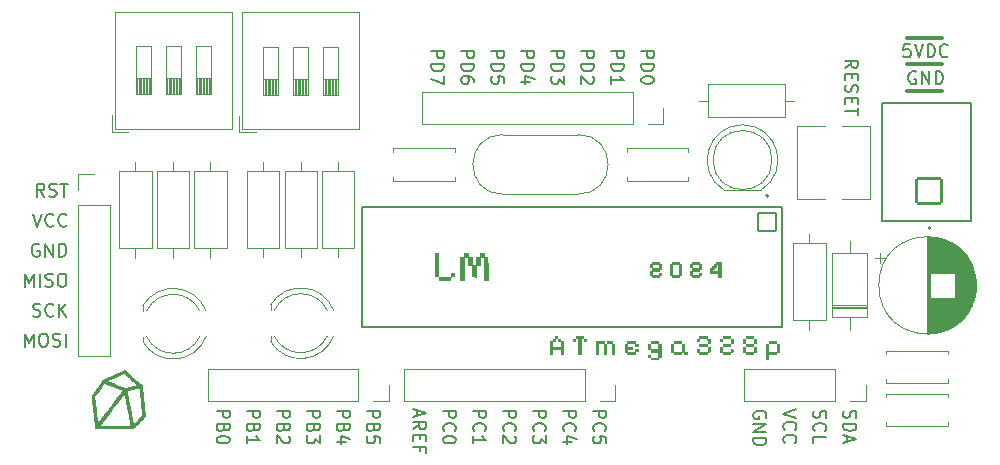
<source format=gto>
G04 #@! TF.GenerationSoftware,KiCad,Pcbnew,8.0.3*
G04 #@! TF.CreationDate,2024-10-07T11:20:20-06:00*
G04 #@! TF.ProjectId,Atmega328p Board,41746d65-6761-4333-9238-7020426f6172,rev?*
G04 #@! TF.SameCoordinates,Original*
G04 #@! TF.FileFunction,Legend,Top*
G04 #@! TF.FilePolarity,Positive*
%FSLAX46Y46*%
G04 Gerber Fmt 4.6, Leading zero omitted, Abs format (unit mm)*
G04 Created by KiCad (PCBNEW 8.0.3) date 2024-10-07 11:20:20*
%MOMM*%
%LPD*%
G01*
G04 APERTURE LIST*
G04 Aperture macros list*
%AMRoundRect*
0 Rectangle with rounded corners*
0 $1 Rounding radius*
0 $2 $3 $4 $5 $6 $7 $8 $9 X,Y pos of 4 corners*
0 Add a 4 corners polygon primitive as box body*
4,1,4,$2,$3,$4,$5,$6,$7,$8,$9,$2,$3,0*
0 Add four circle primitives for the rounded corners*
1,1,$1+$1,$2,$3*
1,1,$1+$1,$4,$5*
1,1,$1+$1,$6,$7*
1,1,$1+$1,$8,$9*
0 Add four rect primitives between the rounded corners*
20,1,$1+$1,$2,$3,$4,$5,0*
20,1,$1+$1,$4,$5,$6,$7,0*
20,1,$1+$1,$6,$7,$8,$9,0*
20,1,$1+$1,$8,$9,$2,$3,0*%
G04 Aperture macros list end*
%ADD10C,0.200000*%
%ADD11C,0.300000*%
%ADD12C,0.000000*%
%ADD13C,0.120000*%
%ADD14C,0.127000*%
%ADD15C,0.100000*%
%ADD16R,1.600000X1.600000*%
%ADD17C,1.600000*%
%ADD18O,1.600000X1.600000*%
%ADD19RoundRect,0.102000X-0.754000X0.754000X-0.754000X-0.754000X0.754000X-0.754000X0.754000X0.754000X0*%
%ADD20C,1.712000*%
%ADD21R,1.700000X1.700000*%
%ADD22O,1.700000X1.700000*%
%ADD23R,1.070000X1.800000*%
%ADD24O,1.070000X1.800000*%
%ADD25C,1.500000*%
%ADD26R,1.800000X1.800000*%
%ADD27C,1.800000*%
%ADD28R,2.200000X2.200000*%
%ADD29O,2.200000X2.200000*%
%ADD30RoundRect,0.102000X1.050000X-1.050000X1.050000X1.050000X-1.050000X1.050000X-1.050000X-1.050000X0*%
%ADD31C,2.304000*%
G04 APERTURE END LIST*
D10*
X208245019Y-86822054D02*
X208768828Y-86455387D01*
X208245019Y-86193482D02*
X209345019Y-86193482D01*
X209345019Y-86193482D02*
X209345019Y-86612530D01*
X209345019Y-86612530D02*
X209292638Y-86717292D01*
X209292638Y-86717292D02*
X209240257Y-86769673D01*
X209240257Y-86769673D02*
X209135495Y-86822054D01*
X209135495Y-86822054D02*
X208978352Y-86822054D01*
X208978352Y-86822054D02*
X208873590Y-86769673D01*
X208873590Y-86769673D02*
X208821209Y-86717292D01*
X208821209Y-86717292D02*
X208768828Y-86612530D01*
X208768828Y-86612530D02*
X208768828Y-86193482D01*
X208821209Y-87293482D02*
X208821209Y-87660149D01*
X208245019Y-87817292D02*
X208245019Y-87293482D01*
X208245019Y-87293482D02*
X209345019Y-87293482D01*
X209345019Y-87293482D02*
X209345019Y-87817292D01*
X208297400Y-88236339D02*
X208245019Y-88393482D01*
X208245019Y-88393482D02*
X208245019Y-88655387D01*
X208245019Y-88655387D02*
X208297400Y-88760149D01*
X208297400Y-88760149D02*
X208349780Y-88812530D01*
X208349780Y-88812530D02*
X208454542Y-88864911D01*
X208454542Y-88864911D02*
X208559304Y-88864911D01*
X208559304Y-88864911D02*
X208664066Y-88812530D01*
X208664066Y-88812530D02*
X208716447Y-88760149D01*
X208716447Y-88760149D02*
X208768828Y-88655387D01*
X208768828Y-88655387D02*
X208821209Y-88445863D01*
X208821209Y-88445863D02*
X208873590Y-88341101D01*
X208873590Y-88341101D02*
X208925971Y-88288720D01*
X208925971Y-88288720D02*
X209030733Y-88236339D01*
X209030733Y-88236339D02*
X209135495Y-88236339D01*
X209135495Y-88236339D02*
X209240257Y-88288720D01*
X209240257Y-88288720D02*
X209292638Y-88341101D01*
X209292638Y-88341101D02*
X209345019Y-88445863D01*
X209345019Y-88445863D02*
X209345019Y-88707768D01*
X209345019Y-88707768D02*
X209292638Y-88864911D01*
X208821209Y-89336339D02*
X208821209Y-89703006D01*
X208245019Y-89860149D02*
X208245019Y-89336339D01*
X208245019Y-89336339D02*
X209345019Y-89336339D01*
X209345019Y-89336339D02*
X209345019Y-89860149D01*
X209345019Y-90174434D02*
X209345019Y-90803006D01*
X208245019Y-90488720D02*
X209345019Y-90488720D01*
D11*
G36*
X191912875Y-104618080D02*
G01*
X191912875Y-104439661D01*
X191728227Y-104439661D01*
X191728227Y-103971448D01*
X191912875Y-103971448D01*
X191912875Y-103794860D01*
X192469382Y-103794860D01*
X192469382Y-103542801D01*
X191994940Y-103542801D01*
X191994940Y-103721221D01*
X191728227Y-103721221D01*
X191728227Y-103435823D01*
X191912875Y-103435823D01*
X191912875Y-103255205D01*
X192551448Y-103255205D01*
X192551448Y-103435823D01*
X192738293Y-103435823D01*
X192738293Y-103900006D01*
X192551448Y-103900006D01*
X192551448Y-104078426D01*
X191994940Y-104078426D01*
X191994940Y-104332316D01*
X192469382Y-104332316D01*
X192469382Y-104152065D01*
X192738293Y-104152065D01*
X192738293Y-104439661D01*
X192551448Y-104439661D01*
X192551448Y-104618080D01*
X191912875Y-104618080D01*
G37*
G36*
X194236723Y-103435823D02*
G01*
X194423569Y-103435823D01*
X194423569Y-104439661D01*
X194236723Y-104439661D01*
X194236723Y-104618080D01*
X193598150Y-104618080D01*
X193598150Y-104439661D01*
X193413503Y-104439661D01*
X193413503Y-104332316D01*
X193680216Y-104332316D01*
X194154658Y-104332316D01*
X194154658Y-103542801D01*
X193680216Y-103542801D01*
X193680216Y-104332316D01*
X193413503Y-104332316D01*
X193413503Y-103435823D01*
X193598150Y-103435823D01*
X193598150Y-103255205D01*
X194236723Y-103255205D01*
X194236723Y-103435823D01*
G37*
G36*
X195283426Y-104618080D02*
G01*
X195283426Y-104439661D01*
X195098778Y-104439661D01*
X195098778Y-103971448D01*
X195283426Y-103971448D01*
X195283426Y-103794860D01*
X195839933Y-103794860D01*
X195839933Y-103542801D01*
X195365491Y-103542801D01*
X195365491Y-103721221D01*
X195098778Y-103721221D01*
X195098778Y-103435823D01*
X195283426Y-103435823D01*
X195283426Y-103255205D01*
X195921999Y-103255205D01*
X195921999Y-103435823D01*
X196108845Y-103435823D01*
X196108845Y-103900006D01*
X195921999Y-103900006D01*
X195921999Y-104078426D01*
X195365491Y-104078426D01*
X195365491Y-104332316D01*
X195839933Y-104332316D01*
X195839933Y-104152065D01*
X196108845Y-104152065D01*
X196108845Y-104439661D01*
X195921999Y-104439661D01*
X195921999Y-104618080D01*
X195283426Y-104618080D01*
G37*
G36*
X197794120Y-104618080D02*
G01*
X197525209Y-104618080D01*
X197525209Y-104259043D01*
X196784054Y-104259043D01*
X196784054Y-103900006D01*
X197050767Y-103900006D01*
X197050767Y-103971448D01*
X197525209Y-103971448D01*
X197525209Y-103542801D01*
X197422260Y-103542801D01*
X197422260Y-103721221D01*
X197234316Y-103721221D01*
X197234316Y-103900006D01*
X197050767Y-103900006D01*
X196784054Y-103900006D01*
X196784054Y-103794860D01*
X196969434Y-103794860D01*
X196969434Y-103614242D01*
X197152983Y-103614242D01*
X197152983Y-103435823D01*
X197340561Y-103435823D01*
X197340561Y-103255205D01*
X197794120Y-103255205D01*
X197794120Y-104618080D01*
G37*
X216489228Y-88750000D02*
X213489228Y-88750000D01*
X216489228Y-84250000D02*
X213489228Y-84250000D01*
X216489228Y-86450000D02*
X213489228Y-86450000D01*
D10*
X162673985Y-115837350D02*
X163773985Y-115837350D01*
X163773985Y-115837350D02*
X163773985Y-116256398D01*
X163773985Y-116256398D02*
X163721604Y-116361160D01*
X163721604Y-116361160D02*
X163669223Y-116413541D01*
X163669223Y-116413541D02*
X163564461Y-116465922D01*
X163564461Y-116465922D02*
X163407318Y-116465922D01*
X163407318Y-116465922D02*
X163302556Y-116413541D01*
X163302556Y-116413541D02*
X163250175Y-116361160D01*
X163250175Y-116361160D02*
X163197794Y-116256398D01*
X163197794Y-116256398D02*
X163197794Y-115837350D01*
X163250175Y-117304017D02*
X163197794Y-117461160D01*
X163197794Y-117461160D02*
X163145413Y-117513541D01*
X163145413Y-117513541D02*
X163040651Y-117565922D01*
X163040651Y-117565922D02*
X162883508Y-117565922D01*
X162883508Y-117565922D02*
X162778746Y-117513541D01*
X162778746Y-117513541D02*
X162726366Y-117461160D01*
X162726366Y-117461160D02*
X162673985Y-117356398D01*
X162673985Y-117356398D02*
X162673985Y-116937350D01*
X162673985Y-116937350D02*
X163773985Y-116937350D01*
X163773985Y-116937350D02*
X163773985Y-117304017D01*
X163773985Y-117304017D02*
X163721604Y-117408779D01*
X163721604Y-117408779D02*
X163669223Y-117461160D01*
X163669223Y-117461160D02*
X163564461Y-117513541D01*
X163564461Y-117513541D02*
X163459699Y-117513541D01*
X163459699Y-117513541D02*
X163354937Y-117461160D01*
X163354937Y-117461160D02*
X163302556Y-117408779D01*
X163302556Y-117408779D02*
X163250175Y-117304017D01*
X163250175Y-117304017D02*
X163250175Y-116937350D01*
X163773985Y-117932588D02*
X163773985Y-118613541D01*
X163773985Y-118613541D02*
X163354937Y-118246874D01*
X163354937Y-118246874D02*
X163354937Y-118404017D01*
X163354937Y-118404017D02*
X163302556Y-118508779D01*
X163302556Y-118508779D02*
X163250175Y-118561160D01*
X163250175Y-118561160D02*
X163145413Y-118613541D01*
X163145413Y-118613541D02*
X162883508Y-118613541D01*
X162883508Y-118613541D02*
X162778746Y-118561160D01*
X162778746Y-118561160D02*
X162726366Y-118508779D01*
X162726366Y-118508779D02*
X162673985Y-118404017D01*
X162673985Y-118404017D02*
X162673985Y-118089731D01*
X162673985Y-118089731D02*
X162726366Y-117984969D01*
X162726366Y-117984969D02*
X162778746Y-117932588D01*
X175728985Y-85379016D02*
X176828985Y-85379016D01*
X176828985Y-85379016D02*
X176828985Y-85798064D01*
X176828985Y-85798064D02*
X176776604Y-85902826D01*
X176776604Y-85902826D02*
X176724223Y-85955207D01*
X176724223Y-85955207D02*
X176619461Y-86007588D01*
X176619461Y-86007588D02*
X176462318Y-86007588D01*
X176462318Y-86007588D02*
X176357556Y-85955207D01*
X176357556Y-85955207D02*
X176305175Y-85902826D01*
X176305175Y-85902826D02*
X176252794Y-85798064D01*
X176252794Y-85798064D02*
X176252794Y-85379016D01*
X175728985Y-86479016D02*
X176828985Y-86479016D01*
X176828985Y-86479016D02*
X176828985Y-86740921D01*
X176828985Y-86740921D02*
X176776604Y-86898064D01*
X176776604Y-86898064D02*
X176671842Y-87002826D01*
X176671842Y-87002826D02*
X176567080Y-87055207D01*
X176567080Y-87055207D02*
X176357556Y-87107588D01*
X176357556Y-87107588D02*
X176200413Y-87107588D01*
X176200413Y-87107588D02*
X175990889Y-87055207D01*
X175990889Y-87055207D02*
X175886127Y-87002826D01*
X175886127Y-87002826D02*
X175781366Y-86898064D01*
X175781366Y-86898064D02*
X175728985Y-86740921D01*
X175728985Y-86740921D02*
X175728985Y-86479016D01*
X176828985Y-88050445D02*
X176828985Y-87840921D01*
X176828985Y-87840921D02*
X176776604Y-87736159D01*
X176776604Y-87736159D02*
X176724223Y-87683778D01*
X176724223Y-87683778D02*
X176567080Y-87579016D01*
X176567080Y-87579016D02*
X176357556Y-87526635D01*
X176357556Y-87526635D02*
X175938508Y-87526635D01*
X175938508Y-87526635D02*
X175833746Y-87579016D01*
X175833746Y-87579016D02*
X175781366Y-87631397D01*
X175781366Y-87631397D02*
X175728985Y-87736159D01*
X175728985Y-87736159D02*
X175728985Y-87945683D01*
X175728985Y-87945683D02*
X175781366Y-88050445D01*
X175781366Y-88050445D02*
X175833746Y-88102826D01*
X175833746Y-88102826D02*
X175938508Y-88155207D01*
X175938508Y-88155207D02*
X176200413Y-88155207D01*
X176200413Y-88155207D02*
X176305175Y-88102826D01*
X176305175Y-88102826D02*
X176357556Y-88050445D01*
X176357556Y-88050445D02*
X176409937Y-87945683D01*
X176409937Y-87945683D02*
X176409937Y-87736159D01*
X176409937Y-87736159D02*
X176357556Y-87631397D01*
X176357556Y-87631397D02*
X176305175Y-87579016D01*
X176305175Y-87579016D02*
X176200413Y-87526635D01*
X138812709Y-110406014D02*
X138812709Y-109306014D01*
X138812709Y-109306014D02*
X139179376Y-110091729D01*
X139179376Y-110091729D02*
X139546043Y-109306014D01*
X139546043Y-109306014D02*
X139546043Y-110406014D01*
X140279376Y-109306014D02*
X140488900Y-109306014D01*
X140488900Y-109306014D02*
X140593662Y-109358395D01*
X140593662Y-109358395D02*
X140698424Y-109463157D01*
X140698424Y-109463157D02*
X140750805Y-109672681D01*
X140750805Y-109672681D02*
X140750805Y-110039348D01*
X140750805Y-110039348D02*
X140698424Y-110248872D01*
X140698424Y-110248872D02*
X140593662Y-110353634D01*
X140593662Y-110353634D02*
X140488900Y-110406014D01*
X140488900Y-110406014D02*
X140279376Y-110406014D01*
X140279376Y-110406014D02*
X140174614Y-110353634D01*
X140174614Y-110353634D02*
X140069852Y-110248872D01*
X140069852Y-110248872D02*
X140017471Y-110039348D01*
X140017471Y-110039348D02*
X140017471Y-109672681D01*
X140017471Y-109672681D02*
X140069852Y-109463157D01*
X140069852Y-109463157D02*
X140174614Y-109358395D01*
X140174614Y-109358395D02*
X140279376Y-109306014D01*
X141169852Y-110353634D02*
X141326995Y-110406014D01*
X141326995Y-110406014D02*
X141588900Y-110406014D01*
X141588900Y-110406014D02*
X141693662Y-110353634D01*
X141693662Y-110353634D02*
X141746043Y-110301253D01*
X141746043Y-110301253D02*
X141798424Y-110196491D01*
X141798424Y-110196491D02*
X141798424Y-110091729D01*
X141798424Y-110091729D02*
X141746043Y-109986967D01*
X141746043Y-109986967D02*
X141693662Y-109934586D01*
X141693662Y-109934586D02*
X141588900Y-109882205D01*
X141588900Y-109882205D02*
X141379376Y-109829824D01*
X141379376Y-109829824D02*
X141274614Y-109777443D01*
X141274614Y-109777443D02*
X141222233Y-109725062D01*
X141222233Y-109725062D02*
X141169852Y-109620300D01*
X141169852Y-109620300D02*
X141169852Y-109515538D01*
X141169852Y-109515538D02*
X141222233Y-109410776D01*
X141222233Y-109410776D02*
X141274614Y-109358395D01*
X141274614Y-109358395D02*
X141379376Y-109306014D01*
X141379376Y-109306014D02*
X141641281Y-109306014D01*
X141641281Y-109306014D02*
X141798424Y-109358395D01*
X142269852Y-110406014D02*
X142269852Y-109306014D01*
X139493662Y-99146014D02*
X139860329Y-100246014D01*
X139860329Y-100246014D02*
X140226996Y-99146014D01*
X141222234Y-100141253D02*
X141169853Y-100193634D01*
X141169853Y-100193634D02*
X141012710Y-100246014D01*
X141012710Y-100246014D02*
X140907948Y-100246014D01*
X140907948Y-100246014D02*
X140750805Y-100193634D01*
X140750805Y-100193634D02*
X140646043Y-100088872D01*
X140646043Y-100088872D02*
X140593662Y-99984110D01*
X140593662Y-99984110D02*
X140541281Y-99774586D01*
X140541281Y-99774586D02*
X140541281Y-99617443D01*
X140541281Y-99617443D02*
X140593662Y-99407919D01*
X140593662Y-99407919D02*
X140646043Y-99303157D01*
X140646043Y-99303157D02*
X140750805Y-99198395D01*
X140750805Y-99198395D02*
X140907948Y-99146014D01*
X140907948Y-99146014D02*
X141012710Y-99146014D01*
X141012710Y-99146014D02*
X141169853Y-99198395D01*
X141169853Y-99198395D02*
X141222234Y-99250776D01*
X142322234Y-100141253D02*
X142269853Y-100193634D01*
X142269853Y-100193634D02*
X142112710Y-100246014D01*
X142112710Y-100246014D02*
X142007948Y-100246014D01*
X142007948Y-100246014D02*
X141850805Y-100193634D01*
X141850805Y-100193634D02*
X141746043Y-100088872D01*
X141746043Y-100088872D02*
X141693662Y-99984110D01*
X141693662Y-99984110D02*
X141641281Y-99774586D01*
X141641281Y-99774586D02*
X141641281Y-99617443D01*
X141641281Y-99617443D02*
X141693662Y-99407919D01*
X141693662Y-99407919D02*
X141746043Y-99303157D01*
X141746043Y-99303157D02*
X141850805Y-99198395D01*
X141850805Y-99198395D02*
X142007948Y-99146014D01*
X142007948Y-99146014D02*
X142112710Y-99146014D01*
X142112710Y-99146014D02*
X142269853Y-99198395D01*
X142269853Y-99198395D02*
X142322234Y-99250776D01*
X138812709Y-105326014D02*
X138812709Y-104226014D01*
X138812709Y-104226014D02*
X139179376Y-105011729D01*
X139179376Y-105011729D02*
X139546043Y-104226014D01*
X139546043Y-104226014D02*
X139546043Y-105326014D01*
X140069852Y-105326014D02*
X140069852Y-104226014D01*
X140541281Y-105273634D02*
X140698424Y-105326014D01*
X140698424Y-105326014D02*
X140960329Y-105326014D01*
X140960329Y-105326014D02*
X141065091Y-105273634D01*
X141065091Y-105273634D02*
X141117472Y-105221253D01*
X141117472Y-105221253D02*
X141169853Y-105116491D01*
X141169853Y-105116491D02*
X141169853Y-105011729D01*
X141169853Y-105011729D02*
X141117472Y-104906967D01*
X141117472Y-104906967D02*
X141065091Y-104854586D01*
X141065091Y-104854586D02*
X140960329Y-104802205D01*
X140960329Y-104802205D02*
X140750805Y-104749824D01*
X140750805Y-104749824D02*
X140646043Y-104697443D01*
X140646043Y-104697443D02*
X140593662Y-104645062D01*
X140593662Y-104645062D02*
X140541281Y-104540300D01*
X140541281Y-104540300D02*
X140541281Y-104435538D01*
X140541281Y-104435538D02*
X140593662Y-104330776D01*
X140593662Y-104330776D02*
X140646043Y-104278395D01*
X140646043Y-104278395D02*
X140750805Y-104226014D01*
X140750805Y-104226014D02*
X141012710Y-104226014D01*
X141012710Y-104226014D02*
X141169853Y-104278395D01*
X141850805Y-104226014D02*
X142060329Y-104226014D01*
X142060329Y-104226014D02*
X142165091Y-104278395D01*
X142165091Y-104278395D02*
X142269853Y-104383157D01*
X142269853Y-104383157D02*
X142322234Y-104592681D01*
X142322234Y-104592681D02*
X142322234Y-104959348D01*
X142322234Y-104959348D02*
X142269853Y-105168872D01*
X142269853Y-105168872D02*
X142165091Y-105273634D01*
X142165091Y-105273634D02*
X142060329Y-105326014D01*
X142060329Y-105326014D02*
X141850805Y-105326014D01*
X141850805Y-105326014D02*
X141746043Y-105273634D01*
X141746043Y-105273634D02*
X141641281Y-105168872D01*
X141641281Y-105168872D02*
X141588900Y-104959348D01*
X141588900Y-104959348D02*
X141588900Y-104592681D01*
X141588900Y-104592681D02*
X141641281Y-104383157D01*
X141641281Y-104383157D02*
X141746043Y-104278395D01*
X141746043Y-104278395D02*
X141850805Y-104226014D01*
X183348985Y-85379016D02*
X184448985Y-85379016D01*
X184448985Y-85379016D02*
X184448985Y-85798064D01*
X184448985Y-85798064D02*
X184396604Y-85902826D01*
X184396604Y-85902826D02*
X184344223Y-85955207D01*
X184344223Y-85955207D02*
X184239461Y-86007588D01*
X184239461Y-86007588D02*
X184082318Y-86007588D01*
X184082318Y-86007588D02*
X183977556Y-85955207D01*
X183977556Y-85955207D02*
X183925175Y-85902826D01*
X183925175Y-85902826D02*
X183872794Y-85798064D01*
X183872794Y-85798064D02*
X183872794Y-85379016D01*
X183348985Y-86479016D02*
X184448985Y-86479016D01*
X184448985Y-86479016D02*
X184448985Y-86740921D01*
X184448985Y-86740921D02*
X184396604Y-86898064D01*
X184396604Y-86898064D02*
X184291842Y-87002826D01*
X184291842Y-87002826D02*
X184187080Y-87055207D01*
X184187080Y-87055207D02*
X183977556Y-87107588D01*
X183977556Y-87107588D02*
X183820413Y-87107588D01*
X183820413Y-87107588D02*
X183610889Y-87055207D01*
X183610889Y-87055207D02*
X183506127Y-87002826D01*
X183506127Y-87002826D02*
X183401366Y-86898064D01*
X183401366Y-86898064D02*
X183348985Y-86740921D01*
X183348985Y-86740921D02*
X183348985Y-86479016D01*
X184448985Y-87474254D02*
X184448985Y-88155207D01*
X184448985Y-88155207D02*
X184029937Y-87788540D01*
X184029937Y-87788540D02*
X184029937Y-87945683D01*
X184029937Y-87945683D02*
X183977556Y-88050445D01*
X183977556Y-88050445D02*
X183925175Y-88102826D01*
X183925175Y-88102826D02*
X183820413Y-88155207D01*
X183820413Y-88155207D02*
X183558508Y-88155207D01*
X183558508Y-88155207D02*
X183453746Y-88102826D01*
X183453746Y-88102826D02*
X183401366Y-88050445D01*
X183401366Y-88050445D02*
X183348985Y-87945683D01*
X183348985Y-87945683D02*
X183348985Y-87631397D01*
X183348985Y-87631397D02*
X183401366Y-87526635D01*
X183401366Y-87526635D02*
X183453746Y-87474254D01*
X176743985Y-115837350D02*
X177843985Y-115837350D01*
X177843985Y-115837350D02*
X177843985Y-116256398D01*
X177843985Y-116256398D02*
X177791604Y-116361160D01*
X177791604Y-116361160D02*
X177739223Y-116413541D01*
X177739223Y-116413541D02*
X177634461Y-116465922D01*
X177634461Y-116465922D02*
X177477318Y-116465922D01*
X177477318Y-116465922D02*
X177372556Y-116413541D01*
X177372556Y-116413541D02*
X177320175Y-116361160D01*
X177320175Y-116361160D02*
X177267794Y-116256398D01*
X177267794Y-116256398D02*
X177267794Y-115837350D01*
X176848746Y-117565922D02*
X176796366Y-117513541D01*
X176796366Y-117513541D02*
X176743985Y-117356398D01*
X176743985Y-117356398D02*
X176743985Y-117251636D01*
X176743985Y-117251636D02*
X176796366Y-117094493D01*
X176796366Y-117094493D02*
X176901127Y-116989731D01*
X176901127Y-116989731D02*
X177005889Y-116937350D01*
X177005889Y-116937350D02*
X177215413Y-116884969D01*
X177215413Y-116884969D02*
X177372556Y-116884969D01*
X177372556Y-116884969D02*
X177582080Y-116937350D01*
X177582080Y-116937350D02*
X177686842Y-116989731D01*
X177686842Y-116989731D02*
X177791604Y-117094493D01*
X177791604Y-117094493D02*
X177843985Y-117251636D01*
X177843985Y-117251636D02*
X177843985Y-117356398D01*
X177843985Y-117356398D02*
X177791604Y-117513541D01*
X177791604Y-117513541D02*
X177739223Y-117565922D01*
X176743985Y-118613541D02*
X176743985Y-117984969D01*
X176743985Y-118299255D02*
X177843985Y-118299255D01*
X177843985Y-118299255D02*
X177686842Y-118194493D01*
X177686842Y-118194493D02*
X177582080Y-118089731D01*
X177582080Y-118089731D02*
X177529699Y-117984969D01*
X155053985Y-115837350D02*
X156153985Y-115837350D01*
X156153985Y-115837350D02*
X156153985Y-116256398D01*
X156153985Y-116256398D02*
X156101604Y-116361160D01*
X156101604Y-116361160D02*
X156049223Y-116413541D01*
X156049223Y-116413541D02*
X155944461Y-116465922D01*
X155944461Y-116465922D02*
X155787318Y-116465922D01*
X155787318Y-116465922D02*
X155682556Y-116413541D01*
X155682556Y-116413541D02*
X155630175Y-116361160D01*
X155630175Y-116361160D02*
X155577794Y-116256398D01*
X155577794Y-116256398D02*
X155577794Y-115837350D01*
X155630175Y-117304017D02*
X155577794Y-117461160D01*
X155577794Y-117461160D02*
X155525413Y-117513541D01*
X155525413Y-117513541D02*
X155420651Y-117565922D01*
X155420651Y-117565922D02*
X155263508Y-117565922D01*
X155263508Y-117565922D02*
X155158746Y-117513541D01*
X155158746Y-117513541D02*
X155106366Y-117461160D01*
X155106366Y-117461160D02*
X155053985Y-117356398D01*
X155053985Y-117356398D02*
X155053985Y-116937350D01*
X155053985Y-116937350D02*
X156153985Y-116937350D01*
X156153985Y-116937350D02*
X156153985Y-117304017D01*
X156153985Y-117304017D02*
X156101604Y-117408779D01*
X156101604Y-117408779D02*
X156049223Y-117461160D01*
X156049223Y-117461160D02*
X155944461Y-117513541D01*
X155944461Y-117513541D02*
X155839699Y-117513541D01*
X155839699Y-117513541D02*
X155734937Y-117461160D01*
X155734937Y-117461160D02*
X155682556Y-117408779D01*
X155682556Y-117408779D02*
X155630175Y-117304017D01*
X155630175Y-117304017D02*
X155630175Y-116937350D01*
X156153985Y-118246874D02*
X156153985Y-118351636D01*
X156153985Y-118351636D02*
X156101604Y-118456398D01*
X156101604Y-118456398D02*
X156049223Y-118508779D01*
X156049223Y-118508779D02*
X155944461Y-118561160D01*
X155944461Y-118561160D02*
X155734937Y-118613541D01*
X155734937Y-118613541D02*
X155473032Y-118613541D01*
X155473032Y-118613541D02*
X155263508Y-118561160D01*
X155263508Y-118561160D02*
X155158746Y-118508779D01*
X155158746Y-118508779D02*
X155106366Y-118456398D01*
X155106366Y-118456398D02*
X155053985Y-118351636D01*
X155053985Y-118351636D02*
X155053985Y-118246874D01*
X155053985Y-118246874D02*
X155106366Y-118142112D01*
X155106366Y-118142112D02*
X155158746Y-118089731D01*
X155158746Y-118089731D02*
X155263508Y-118037350D01*
X155263508Y-118037350D02*
X155473032Y-117984969D01*
X155473032Y-117984969D02*
X155734937Y-117984969D01*
X155734937Y-117984969D02*
X155944461Y-118037350D01*
X155944461Y-118037350D02*
X156049223Y-118089731D01*
X156049223Y-118089731D02*
X156101604Y-118142112D01*
X156101604Y-118142112D02*
X156153985Y-118246874D01*
X184363985Y-115837350D02*
X185463985Y-115837350D01*
X185463985Y-115837350D02*
X185463985Y-116256398D01*
X185463985Y-116256398D02*
X185411604Y-116361160D01*
X185411604Y-116361160D02*
X185359223Y-116413541D01*
X185359223Y-116413541D02*
X185254461Y-116465922D01*
X185254461Y-116465922D02*
X185097318Y-116465922D01*
X185097318Y-116465922D02*
X184992556Y-116413541D01*
X184992556Y-116413541D02*
X184940175Y-116361160D01*
X184940175Y-116361160D02*
X184887794Y-116256398D01*
X184887794Y-116256398D02*
X184887794Y-115837350D01*
X184468746Y-117565922D02*
X184416366Y-117513541D01*
X184416366Y-117513541D02*
X184363985Y-117356398D01*
X184363985Y-117356398D02*
X184363985Y-117251636D01*
X184363985Y-117251636D02*
X184416366Y-117094493D01*
X184416366Y-117094493D02*
X184521127Y-116989731D01*
X184521127Y-116989731D02*
X184625889Y-116937350D01*
X184625889Y-116937350D02*
X184835413Y-116884969D01*
X184835413Y-116884969D02*
X184992556Y-116884969D01*
X184992556Y-116884969D02*
X185202080Y-116937350D01*
X185202080Y-116937350D02*
X185306842Y-116989731D01*
X185306842Y-116989731D02*
X185411604Y-117094493D01*
X185411604Y-117094493D02*
X185463985Y-117251636D01*
X185463985Y-117251636D02*
X185463985Y-117356398D01*
X185463985Y-117356398D02*
X185411604Y-117513541D01*
X185411604Y-117513541D02*
X185359223Y-117565922D01*
X185097318Y-118508779D02*
X184363985Y-118508779D01*
X185516366Y-118246874D02*
X184730651Y-117984969D01*
X184730651Y-117984969D02*
X184730651Y-118665922D01*
X165213985Y-115837350D02*
X166313985Y-115837350D01*
X166313985Y-115837350D02*
X166313985Y-116256398D01*
X166313985Y-116256398D02*
X166261604Y-116361160D01*
X166261604Y-116361160D02*
X166209223Y-116413541D01*
X166209223Y-116413541D02*
X166104461Y-116465922D01*
X166104461Y-116465922D02*
X165947318Y-116465922D01*
X165947318Y-116465922D02*
X165842556Y-116413541D01*
X165842556Y-116413541D02*
X165790175Y-116361160D01*
X165790175Y-116361160D02*
X165737794Y-116256398D01*
X165737794Y-116256398D02*
X165737794Y-115837350D01*
X165790175Y-117304017D02*
X165737794Y-117461160D01*
X165737794Y-117461160D02*
X165685413Y-117513541D01*
X165685413Y-117513541D02*
X165580651Y-117565922D01*
X165580651Y-117565922D02*
X165423508Y-117565922D01*
X165423508Y-117565922D02*
X165318746Y-117513541D01*
X165318746Y-117513541D02*
X165266366Y-117461160D01*
X165266366Y-117461160D02*
X165213985Y-117356398D01*
X165213985Y-117356398D02*
X165213985Y-116937350D01*
X165213985Y-116937350D02*
X166313985Y-116937350D01*
X166313985Y-116937350D02*
X166313985Y-117304017D01*
X166313985Y-117304017D02*
X166261604Y-117408779D01*
X166261604Y-117408779D02*
X166209223Y-117461160D01*
X166209223Y-117461160D02*
X166104461Y-117513541D01*
X166104461Y-117513541D02*
X165999699Y-117513541D01*
X165999699Y-117513541D02*
X165894937Y-117461160D01*
X165894937Y-117461160D02*
X165842556Y-117408779D01*
X165842556Y-117408779D02*
X165790175Y-117304017D01*
X165790175Y-117304017D02*
X165790175Y-116937350D01*
X165947318Y-118508779D02*
X165213985Y-118508779D01*
X166366366Y-118246874D02*
X165580651Y-117984969D01*
X165580651Y-117984969D02*
X165580651Y-118665922D01*
X180808985Y-85379016D02*
X181908985Y-85379016D01*
X181908985Y-85379016D02*
X181908985Y-85798064D01*
X181908985Y-85798064D02*
X181856604Y-85902826D01*
X181856604Y-85902826D02*
X181804223Y-85955207D01*
X181804223Y-85955207D02*
X181699461Y-86007588D01*
X181699461Y-86007588D02*
X181542318Y-86007588D01*
X181542318Y-86007588D02*
X181437556Y-85955207D01*
X181437556Y-85955207D02*
X181385175Y-85902826D01*
X181385175Y-85902826D02*
X181332794Y-85798064D01*
X181332794Y-85798064D02*
X181332794Y-85379016D01*
X180808985Y-86479016D02*
X181908985Y-86479016D01*
X181908985Y-86479016D02*
X181908985Y-86740921D01*
X181908985Y-86740921D02*
X181856604Y-86898064D01*
X181856604Y-86898064D02*
X181751842Y-87002826D01*
X181751842Y-87002826D02*
X181647080Y-87055207D01*
X181647080Y-87055207D02*
X181437556Y-87107588D01*
X181437556Y-87107588D02*
X181280413Y-87107588D01*
X181280413Y-87107588D02*
X181070889Y-87055207D01*
X181070889Y-87055207D02*
X180966127Y-87002826D01*
X180966127Y-87002826D02*
X180861366Y-86898064D01*
X180861366Y-86898064D02*
X180808985Y-86740921D01*
X180808985Y-86740921D02*
X180808985Y-86479016D01*
X181542318Y-88050445D02*
X180808985Y-88050445D01*
X181961366Y-87788540D02*
X181175651Y-87526635D01*
X181175651Y-87526635D02*
X181175651Y-88207588D01*
X179283985Y-115837350D02*
X180383985Y-115837350D01*
X180383985Y-115837350D02*
X180383985Y-116256398D01*
X180383985Y-116256398D02*
X180331604Y-116361160D01*
X180331604Y-116361160D02*
X180279223Y-116413541D01*
X180279223Y-116413541D02*
X180174461Y-116465922D01*
X180174461Y-116465922D02*
X180017318Y-116465922D01*
X180017318Y-116465922D02*
X179912556Y-116413541D01*
X179912556Y-116413541D02*
X179860175Y-116361160D01*
X179860175Y-116361160D02*
X179807794Y-116256398D01*
X179807794Y-116256398D02*
X179807794Y-115837350D01*
X179388746Y-117565922D02*
X179336366Y-117513541D01*
X179336366Y-117513541D02*
X179283985Y-117356398D01*
X179283985Y-117356398D02*
X179283985Y-117251636D01*
X179283985Y-117251636D02*
X179336366Y-117094493D01*
X179336366Y-117094493D02*
X179441127Y-116989731D01*
X179441127Y-116989731D02*
X179545889Y-116937350D01*
X179545889Y-116937350D02*
X179755413Y-116884969D01*
X179755413Y-116884969D02*
X179912556Y-116884969D01*
X179912556Y-116884969D02*
X180122080Y-116937350D01*
X180122080Y-116937350D02*
X180226842Y-116989731D01*
X180226842Y-116989731D02*
X180331604Y-117094493D01*
X180331604Y-117094493D02*
X180383985Y-117251636D01*
X180383985Y-117251636D02*
X180383985Y-117356398D01*
X180383985Y-117356398D02*
X180331604Y-117513541D01*
X180331604Y-117513541D02*
X180279223Y-117565922D01*
X180279223Y-117984969D02*
X180331604Y-118037350D01*
X180331604Y-118037350D02*
X180383985Y-118142112D01*
X180383985Y-118142112D02*
X180383985Y-118404017D01*
X180383985Y-118404017D02*
X180331604Y-118508779D01*
X180331604Y-118508779D02*
X180279223Y-118561160D01*
X180279223Y-118561160D02*
X180174461Y-118613541D01*
X180174461Y-118613541D02*
X180069699Y-118613541D01*
X180069699Y-118613541D02*
X179912556Y-118561160D01*
X179912556Y-118561160D02*
X179283985Y-117932588D01*
X179283985Y-117932588D02*
X179283985Y-118613541D01*
X186903985Y-115837350D02*
X188003985Y-115837350D01*
X188003985Y-115837350D02*
X188003985Y-116256398D01*
X188003985Y-116256398D02*
X187951604Y-116361160D01*
X187951604Y-116361160D02*
X187899223Y-116413541D01*
X187899223Y-116413541D02*
X187794461Y-116465922D01*
X187794461Y-116465922D02*
X187637318Y-116465922D01*
X187637318Y-116465922D02*
X187532556Y-116413541D01*
X187532556Y-116413541D02*
X187480175Y-116361160D01*
X187480175Y-116361160D02*
X187427794Y-116256398D01*
X187427794Y-116256398D02*
X187427794Y-115837350D01*
X187008746Y-117565922D02*
X186956366Y-117513541D01*
X186956366Y-117513541D02*
X186903985Y-117356398D01*
X186903985Y-117356398D02*
X186903985Y-117251636D01*
X186903985Y-117251636D02*
X186956366Y-117094493D01*
X186956366Y-117094493D02*
X187061127Y-116989731D01*
X187061127Y-116989731D02*
X187165889Y-116937350D01*
X187165889Y-116937350D02*
X187375413Y-116884969D01*
X187375413Y-116884969D02*
X187532556Y-116884969D01*
X187532556Y-116884969D02*
X187742080Y-116937350D01*
X187742080Y-116937350D02*
X187846842Y-116989731D01*
X187846842Y-116989731D02*
X187951604Y-117094493D01*
X187951604Y-117094493D02*
X188003985Y-117251636D01*
X188003985Y-117251636D02*
X188003985Y-117356398D01*
X188003985Y-117356398D02*
X187951604Y-117513541D01*
X187951604Y-117513541D02*
X187899223Y-117565922D01*
X188003985Y-118561160D02*
X188003985Y-118037350D01*
X188003985Y-118037350D02*
X187480175Y-117984969D01*
X187480175Y-117984969D02*
X187532556Y-118037350D01*
X187532556Y-118037350D02*
X187584937Y-118142112D01*
X187584937Y-118142112D02*
X187584937Y-118404017D01*
X187584937Y-118404017D02*
X187532556Y-118508779D01*
X187532556Y-118508779D02*
X187480175Y-118561160D01*
X187480175Y-118561160D02*
X187375413Y-118613541D01*
X187375413Y-118613541D02*
X187113508Y-118613541D01*
X187113508Y-118613541D02*
X187008746Y-118561160D01*
X187008746Y-118561160D02*
X186956366Y-118508779D01*
X186956366Y-118508779D02*
X186903985Y-118404017D01*
X186903985Y-118404017D02*
X186903985Y-118142112D01*
X186903985Y-118142112D02*
X186956366Y-118037350D01*
X186956366Y-118037350D02*
X187008746Y-117984969D01*
X188428985Y-85379016D02*
X189528985Y-85379016D01*
X189528985Y-85379016D02*
X189528985Y-85798064D01*
X189528985Y-85798064D02*
X189476604Y-85902826D01*
X189476604Y-85902826D02*
X189424223Y-85955207D01*
X189424223Y-85955207D02*
X189319461Y-86007588D01*
X189319461Y-86007588D02*
X189162318Y-86007588D01*
X189162318Y-86007588D02*
X189057556Y-85955207D01*
X189057556Y-85955207D02*
X189005175Y-85902826D01*
X189005175Y-85902826D02*
X188952794Y-85798064D01*
X188952794Y-85798064D02*
X188952794Y-85379016D01*
X188428985Y-86479016D02*
X189528985Y-86479016D01*
X189528985Y-86479016D02*
X189528985Y-86740921D01*
X189528985Y-86740921D02*
X189476604Y-86898064D01*
X189476604Y-86898064D02*
X189371842Y-87002826D01*
X189371842Y-87002826D02*
X189267080Y-87055207D01*
X189267080Y-87055207D02*
X189057556Y-87107588D01*
X189057556Y-87107588D02*
X188900413Y-87107588D01*
X188900413Y-87107588D02*
X188690889Y-87055207D01*
X188690889Y-87055207D02*
X188586127Y-87002826D01*
X188586127Y-87002826D02*
X188481366Y-86898064D01*
X188481366Y-86898064D02*
X188428985Y-86740921D01*
X188428985Y-86740921D02*
X188428985Y-86479016D01*
X188428985Y-88155207D02*
X188428985Y-87526635D01*
X188428985Y-87840921D02*
X189528985Y-87840921D01*
X189528985Y-87840921D02*
X189371842Y-87736159D01*
X189371842Y-87736159D02*
X189267080Y-87631397D01*
X189267080Y-87631397D02*
X189214699Y-87526635D01*
X185888985Y-85379016D02*
X186988985Y-85379016D01*
X186988985Y-85379016D02*
X186988985Y-85798064D01*
X186988985Y-85798064D02*
X186936604Y-85902826D01*
X186936604Y-85902826D02*
X186884223Y-85955207D01*
X186884223Y-85955207D02*
X186779461Y-86007588D01*
X186779461Y-86007588D02*
X186622318Y-86007588D01*
X186622318Y-86007588D02*
X186517556Y-85955207D01*
X186517556Y-85955207D02*
X186465175Y-85902826D01*
X186465175Y-85902826D02*
X186412794Y-85798064D01*
X186412794Y-85798064D02*
X186412794Y-85379016D01*
X185888985Y-86479016D02*
X186988985Y-86479016D01*
X186988985Y-86479016D02*
X186988985Y-86740921D01*
X186988985Y-86740921D02*
X186936604Y-86898064D01*
X186936604Y-86898064D02*
X186831842Y-87002826D01*
X186831842Y-87002826D02*
X186727080Y-87055207D01*
X186727080Y-87055207D02*
X186517556Y-87107588D01*
X186517556Y-87107588D02*
X186360413Y-87107588D01*
X186360413Y-87107588D02*
X186150889Y-87055207D01*
X186150889Y-87055207D02*
X186046127Y-87002826D01*
X186046127Y-87002826D02*
X185941366Y-86898064D01*
X185941366Y-86898064D02*
X185888985Y-86740921D01*
X185888985Y-86740921D02*
X185888985Y-86479016D01*
X186884223Y-87526635D02*
X186936604Y-87579016D01*
X186936604Y-87579016D02*
X186988985Y-87683778D01*
X186988985Y-87683778D02*
X186988985Y-87945683D01*
X186988985Y-87945683D02*
X186936604Y-88050445D01*
X186936604Y-88050445D02*
X186884223Y-88102826D01*
X186884223Y-88102826D02*
X186779461Y-88155207D01*
X186779461Y-88155207D02*
X186674699Y-88155207D01*
X186674699Y-88155207D02*
X186517556Y-88102826D01*
X186517556Y-88102826D02*
X185888985Y-87474254D01*
X185888985Y-87474254D02*
X185888985Y-88155207D01*
X139493662Y-107813634D02*
X139650805Y-107866014D01*
X139650805Y-107866014D02*
X139912710Y-107866014D01*
X139912710Y-107866014D02*
X140017472Y-107813634D01*
X140017472Y-107813634D02*
X140069853Y-107761253D01*
X140069853Y-107761253D02*
X140122234Y-107656491D01*
X140122234Y-107656491D02*
X140122234Y-107551729D01*
X140122234Y-107551729D02*
X140069853Y-107446967D01*
X140069853Y-107446967D02*
X140017472Y-107394586D01*
X140017472Y-107394586D02*
X139912710Y-107342205D01*
X139912710Y-107342205D02*
X139703186Y-107289824D01*
X139703186Y-107289824D02*
X139598424Y-107237443D01*
X139598424Y-107237443D02*
X139546043Y-107185062D01*
X139546043Y-107185062D02*
X139493662Y-107080300D01*
X139493662Y-107080300D02*
X139493662Y-106975538D01*
X139493662Y-106975538D02*
X139546043Y-106870776D01*
X139546043Y-106870776D02*
X139598424Y-106818395D01*
X139598424Y-106818395D02*
X139703186Y-106766014D01*
X139703186Y-106766014D02*
X139965091Y-106766014D01*
X139965091Y-106766014D02*
X140122234Y-106818395D01*
X141222234Y-107761253D02*
X141169853Y-107813634D01*
X141169853Y-107813634D02*
X141012710Y-107866014D01*
X141012710Y-107866014D02*
X140907948Y-107866014D01*
X140907948Y-107866014D02*
X140750805Y-107813634D01*
X140750805Y-107813634D02*
X140646043Y-107708872D01*
X140646043Y-107708872D02*
X140593662Y-107604110D01*
X140593662Y-107604110D02*
X140541281Y-107394586D01*
X140541281Y-107394586D02*
X140541281Y-107237443D01*
X140541281Y-107237443D02*
X140593662Y-107027919D01*
X140593662Y-107027919D02*
X140646043Y-106923157D01*
X140646043Y-106923157D02*
X140750805Y-106818395D01*
X140750805Y-106818395D02*
X140907948Y-106766014D01*
X140907948Y-106766014D02*
X141012710Y-106766014D01*
X141012710Y-106766014D02*
X141169853Y-106818395D01*
X141169853Y-106818395D02*
X141222234Y-106870776D01*
X141693662Y-107866014D02*
X141693662Y-106766014D01*
X142322234Y-107866014D02*
X141850805Y-107237443D01*
X142322234Y-106766014D02*
X141693662Y-107394586D01*
X214227949Y-87157361D02*
X214123187Y-87104980D01*
X214123187Y-87104980D02*
X213966044Y-87104980D01*
X213966044Y-87104980D02*
X213808901Y-87157361D01*
X213808901Y-87157361D02*
X213704139Y-87262123D01*
X213704139Y-87262123D02*
X213651758Y-87366885D01*
X213651758Y-87366885D02*
X213599377Y-87576409D01*
X213599377Y-87576409D02*
X213599377Y-87733552D01*
X213599377Y-87733552D02*
X213651758Y-87943076D01*
X213651758Y-87943076D02*
X213704139Y-88047838D01*
X213704139Y-88047838D02*
X213808901Y-88152600D01*
X213808901Y-88152600D02*
X213966044Y-88204980D01*
X213966044Y-88204980D02*
X214070806Y-88204980D01*
X214070806Y-88204980D02*
X214227949Y-88152600D01*
X214227949Y-88152600D02*
X214280330Y-88100219D01*
X214280330Y-88100219D02*
X214280330Y-87733552D01*
X214280330Y-87733552D02*
X214070806Y-87733552D01*
X214751758Y-88204980D02*
X214751758Y-87104980D01*
X214751758Y-87104980D02*
X215380330Y-88204980D01*
X215380330Y-88204980D02*
X215380330Y-87104980D01*
X215904139Y-88204980D02*
X215904139Y-87104980D01*
X215904139Y-87104980D02*
X216166044Y-87104980D01*
X216166044Y-87104980D02*
X216323187Y-87157361D01*
X216323187Y-87157361D02*
X216427949Y-87262123D01*
X216427949Y-87262123D02*
X216480330Y-87366885D01*
X216480330Y-87366885D02*
X216532711Y-87576409D01*
X216532711Y-87576409D02*
X216532711Y-87733552D01*
X216532711Y-87733552D02*
X216480330Y-87943076D01*
X216480330Y-87943076D02*
X216427949Y-88047838D01*
X216427949Y-88047838D02*
X216323187Y-88152600D01*
X216323187Y-88152600D02*
X216166044Y-88204980D01*
X216166044Y-88204980D02*
X215904139Y-88204980D01*
X140436520Y-97706014D02*
X140069853Y-97182205D01*
X139807948Y-97706014D02*
X139807948Y-96606014D01*
X139807948Y-96606014D02*
X140226996Y-96606014D01*
X140226996Y-96606014D02*
X140331758Y-96658395D01*
X140331758Y-96658395D02*
X140384139Y-96710776D01*
X140384139Y-96710776D02*
X140436520Y-96815538D01*
X140436520Y-96815538D02*
X140436520Y-96972681D01*
X140436520Y-96972681D02*
X140384139Y-97077443D01*
X140384139Y-97077443D02*
X140331758Y-97129824D01*
X140331758Y-97129824D02*
X140226996Y-97182205D01*
X140226996Y-97182205D02*
X139807948Y-97182205D01*
X140855567Y-97653634D02*
X141012710Y-97706014D01*
X141012710Y-97706014D02*
X141274615Y-97706014D01*
X141274615Y-97706014D02*
X141379377Y-97653634D01*
X141379377Y-97653634D02*
X141431758Y-97601253D01*
X141431758Y-97601253D02*
X141484139Y-97496491D01*
X141484139Y-97496491D02*
X141484139Y-97391729D01*
X141484139Y-97391729D02*
X141431758Y-97286967D01*
X141431758Y-97286967D02*
X141379377Y-97234586D01*
X141379377Y-97234586D02*
X141274615Y-97182205D01*
X141274615Y-97182205D02*
X141065091Y-97129824D01*
X141065091Y-97129824D02*
X140960329Y-97077443D01*
X140960329Y-97077443D02*
X140907948Y-97025062D01*
X140907948Y-97025062D02*
X140855567Y-96920300D01*
X140855567Y-96920300D02*
X140855567Y-96815538D01*
X140855567Y-96815538D02*
X140907948Y-96710776D01*
X140907948Y-96710776D02*
X140960329Y-96658395D01*
X140960329Y-96658395D02*
X141065091Y-96606014D01*
X141065091Y-96606014D02*
X141326996Y-96606014D01*
X141326996Y-96606014D02*
X141484139Y-96658395D01*
X141798424Y-96606014D02*
X142426996Y-96606014D01*
X142112710Y-97706014D02*
X142112710Y-96606014D01*
X181823985Y-115837350D02*
X182923985Y-115837350D01*
X182923985Y-115837350D02*
X182923985Y-116256398D01*
X182923985Y-116256398D02*
X182871604Y-116361160D01*
X182871604Y-116361160D02*
X182819223Y-116413541D01*
X182819223Y-116413541D02*
X182714461Y-116465922D01*
X182714461Y-116465922D02*
X182557318Y-116465922D01*
X182557318Y-116465922D02*
X182452556Y-116413541D01*
X182452556Y-116413541D02*
X182400175Y-116361160D01*
X182400175Y-116361160D02*
X182347794Y-116256398D01*
X182347794Y-116256398D02*
X182347794Y-115837350D01*
X181928746Y-117565922D02*
X181876366Y-117513541D01*
X181876366Y-117513541D02*
X181823985Y-117356398D01*
X181823985Y-117356398D02*
X181823985Y-117251636D01*
X181823985Y-117251636D02*
X181876366Y-117094493D01*
X181876366Y-117094493D02*
X181981127Y-116989731D01*
X181981127Y-116989731D02*
X182085889Y-116937350D01*
X182085889Y-116937350D02*
X182295413Y-116884969D01*
X182295413Y-116884969D02*
X182452556Y-116884969D01*
X182452556Y-116884969D02*
X182662080Y-116937350D01*
X182662080Y-116937350D02*
X182766842Y-116989731D01*
X182766842Y-116989731D02*
X182871604Y-117094493D01*
X182871604Y-117094493D02*
X182923985Y-117251636D01*
X182923985Y-117251636D02*
X182923985Y-117356398D01*
X182923985Y-117356398D02*
X182871604Y-117513541D01*
X182871604Y-117513541D02*
X182819223Y-117565922D01*
X182923985Y-117932588D02*
X182923985Y-118613541D01*
X182923985Y-118613541D02*
X182504937Y-118246874D01*
X182504937Y-118246874D02*
X182504937Y-118404017D01*
X182504937Y-118404017D02*
X182452556Y-118508779D01*
X182452556Y-118508779D02*
X182400175Y-118561160D01*
X182400175Y-118561160D02*
X182295413Y-118613541D01*
X182295413Y-118613541D02*
X182033508Y-118613541D01*
X182033508Y-118613541D02*
X181928746Y-118561160D01*
X181928746Y-118561160D02*
X181876366Y-118508779D01*
X181876366Y-118508779D02*
X181823985Y-118404017D01*
X181823985Y-118404017D02*
X181823985Y-118089731D01*
X181823985Y-118089731D02*
X181876366Y-117984969D01*
X181876366Y-117984969D02*
X181928746Y-117932588D01*
X160133985Y-115837350D02*
X161233985Y-115837350D01*
X161233985Y-115837350D02*
X161233985Y-116256398D01*
X161233985Y-116256398D02*
X161181604Y-116361160D01*
X161181604Y-116361160D02*
X161129223Y-116413541D01*
X161129223Y-116413541D02*
X161024461Y-116465922D01*
X161024461Y-116465922D02*
X160867318Y-116465922D01*
X160867318Y-116465922D02*
X160762556Y-116413541D01*
X160762556Y-116413541D02*
X160710175Y-116361160D01*
X160710175Y-116361160D02*
X160657794Y-116256398D01*
X160657794Y-116256398D02*
X160657794Y-115837350D01*
X160710175Y-117304017D02*
X160657794Y-117461160D01*
X160657794Y-117461160D02*
X160605413Y-117513541D01*
X160605413Y-117513541D02*
X160500651Y-117565922D01*
X160500651Y-117565922D02*
X160343508Y-117565922D01*
X160343508Y-117565922D02*
X160238746Y-117513541D01*
X160238746Y-117513541D02*
X160186366Y-117461160D01*
X160186366Y-117461160D02*
X160133985Y-117356398D01*
X160133985Y-117356398D02*
X160133985Y-116937350D01*
X160133985Y-116937350D02*
X161233985Y-116937350D01*
X161233985Y-116937350D02*
X161233985Y-117304017D01*
X161233985Y-117304017D02*
X161181604Y-117408779D01*
X161181604Y-117408779D02*
X161129223Y-117461160D01*
X161129223Y-117461160D02*
X161024461Y-117513541D01*
X161024461Y-117513541D02*
X160919699Y-117513541D01*
X160919699Y-117513541D02*
X160814937Y-117461160D01*
X160814937Y-117461160D02*
X160762556Y-117408779D01*
X160762556Y-117408779D02*
X160710175Y-117304017D01*
X160710175Y-117304017D02*
X160710175Y-116937350D01*
X161129223Y-117984969D02*
X161181604Y-118037350D01*
X161181604Y-118037350D02*
X161233985Y-118142112D01*
X161233985Y-118142112D02*
X161233985Y-118404017D01*
X161233985Y-118404017D02*
X161181604Y-118508779D01*
X161181604Y-118508779D02*
X161129223Y-118561160D01*
X161129223Y-118561160D02*
X161024461Y-118613541D01*
X161024461Y-118613541D02*
X160919699Y-118613541D01*
X160919699Y-118613541D02*
X160762556Y-118561160D01*
X160762556Y-118561160D02*
X160133985Y-117932588D01*
X160133985Y-117932588D02*
X160133985Y-118613541D01*
X140017472Y-101738395D02*
X139912710Y-101686014D01*
X139912710Y-101686014D02*
X139755567Y-101686014D01*
X139755567Y-101686014D02*
X139598424Y-101738395D01*
X139598424Y-101738395D02*
X139493662Y-101843157D01*
X139493662Y-101843157D02*
X139441281Y-101947919D01*
X139441281Y-101947919D02*
X139388900Y-102157443D01*
X139388900Y-102157443D02*
X139388900Y-102314586D01*
X139388900Y-102314586D02*
X139441281Y-102524110D01*
X139441281Y-102524110D02*
X139493662Y-102628872D01*
X139493662Y-102628872D02*
X139598424Y-102733634D01*
X139598424Y-102733634D02*
X139755567Y-102786014D01*
X139755567Y-102786014D02*
X139860329Y-102786014D01*
X139860329Y-102786014D02*
X140017472Y-102733634D01*
X140017472Y-102733634D02*
X140069853Y-102681253D01*
X140069853Y-102681253D02*
X140069853Y-102314586D01*
X140069853Y-102314586D02*
X139860329Y-102314586D01*
X140541281Y-102786014D02*
X140541281Y-101686014D01*
X140541281Y-101686014D02*
X141169853Y-102786014D01*
X141169853Y-102786014D02*
X141169853Y-101686014D01*
X141693662Y-102786014D02*
X141693662Y-101686014D01*
X141693662Y-101686014D02*
X141955567Y-101686014D01*
X141955567Y-101686014D02*
X142112710Y-101738395D01*
X142112710Y-101738395D02*
X142217472Y-101843157D01*
X142217472Y-101843157D02*
X142269853Y-101947919D01*
X142269853Y-101947919D02*
X142322234Y-102157443D01*
X142322234Y-102157443D02*
X142322234Y-102314586D01*
X142322234Y-102314586D02*
X142269853Y-102524110D01*
X142269853Y-102524110D02*
X142217472Y-102628872D01*
X142217472Y-102628872D02*
X142112710Y-102733634D01*
X142112710Y-102733634D02*
X141955567Y-102786014D01*
X141955567Y-102786014D02*
X141693662Y-102786014D01*
X213756520Y-84804980D02*
X213232710Y-84804980D01*
X213232710Y-84804980D02*
X213180329Y-85328790D01*
X213180329Y-85328790D02*
X213232710Y-85276409D01*
X213232710Y-85276409D02*
X213337472Y-85224028D01*
X213337472Y-85224028D02*
X213599377Y-85224028D01*
X213599377Y-85224028D02*
X213704139Y-85276409D01*
X213704139Y-85276409D02*
X213756520Y-85328790D01*
X213756520Y-85328790D02*
X213808901Y-85433552D01*
X213808901Y-85433552D02*
X213808901Y-85695457D01*
X213808901Y-85695457D02*
X213756520Y-85800219D01*
X213756520Y-85800219D02*
X213704139Y-85852600D01*
X213704139Y-85852600D02*
X213599377Y-85904980D01*
X213599377Y-85904980D02*
X213337472Y-85904980D01*
X213337472Y-85904980D02*
X213232710Y-85852600D01*
X213232710Y-85852600D02*
X213180329Y-85800219D01*
X214123186Y-84804980D02*
X214489853Y-85904980D01*
X214489853Y-85904980D02*
X214856520Y-84804980D01*
X215223186Y-85904980D02*
X215223186Y-84804980D01*
X215223186Y-84804980D02*
X215485091Y-84804980D01*
X215485091Y-84804980D02*
X215642234Y-84857361D01*
X215642234Y-84857361D02*
X215746996Y-84962123D01*
X215746996Y-84962123D02*
X215799377Y-85066885D01*
X215799377Y-85066885D02*
X215851758Y-85276409D01*
X215851758Y-85276409D02*
X215851758Y-85433552D01*
X215851758Y-85433552D02*
X215799377Y-85643076D01*
X215799377Y-85643076D02*
X215746996Y-85747838D01*
X215746996Y-85747838D02*
X215642234Y-85852600D01*
X215642234Y-85852600D02*
X215485091Y-85904980D01*
X215485091Y-85904980D02*
X215223186Y-85904980D01*
X216951758Y-85800219D02*
X216899377Y-85852600D01*
X216899377Y-85852600D02*
X216742234Y-85904980D01*
X216742234Y-85904980D02*
X216637472Y-85904980D01*
X216637472Y-85904980D02*
X216480329Y-85852600D01*
X216480329Y-85852600D02*
X216375567Y-85747838D01*
X216375567Y-85747838D02*
X216323186Y-85643076D01*
X216323186Y-85643076D02*
X216270805Y-85433552D01*
X216270805Y-85433552D02*
X216270805Y-85276409D01*
X216270805Y-85276409D02*
X216323186Y-85066885D01*
X216323186Y-85066885D02*
X216375567Y-84962123D01*
X216375567Y-84962123D02*
X216480329Y-84857361D01*
X216480329Y-84857361D02*
X216637472Y-84804980D01*
X216637472Y-84804980D02*
X216742234Y-84804980D01*
X216742234Y-84804980D02*
X216899377Y-84857361D01*
X216899377Y-84857361D02*
X216951758Y-84909742D01*
X171978270Y-115784969D02*
X171978270Y-116308779D01*
X171663985Y-115680207D02*
X172763985Y-116046874D01*
X172763985Y-116046874D02*
X171663985Y-116413541D01*
X171663985Y-117408779D02*
X172187794Y-117042112D01*
X171663985Y-116780207D02*
X172763985Y-116780207D01*
X172763985Y-116780207D02*
X172763985Y-117199255D01*
X172763985Y-117199255D02*
X172711604Y-117304017D01*
X172711604Y-117304017D02*
X172659223Y-117356398D01*
X172659223Y-117356398D02*
X172554461Y-117408779D01*
X172554461Y-117408779D02*
X172397318Y-117408779D01*
X172397318Y-117408779D02*
X172292556Y-117356398D01*
X172292556Y-117356398D02*
X172240175Y-117304017D01*
X172240175Y-117304017D02*
X172187794Y-117199255D01*
X172187794Y-117199255D02*
X172187794Y-116780207D01*
X172240175Y-117880207D02*
X172240175Y-118246874D01*
X171663985Y-118404017D02*
X171663985Y-117880207D01*
X171663985Y-117880207D02*
X172763985Y-117880207D01*
X172763985Y-117880207D02*
X172763985Y-118404017D01*
X172240175Y-119242112D02*
X172240175Y-118875445D01*
X171663985Y-118875445D02*
X172763985Y-118875445D01*
X172763985Y-118875445D02*
X172763985Y-119399255D01*
X174203985Y-115837350D02*
X175303985Y-115837350D01*
X175303985Y-115837350D02*
X175303985Y-116256398D01*
X175303985Y-116256398D02*
X175251604Y-116361160D01*
X175251604Y-116361160D02*
X175199223Y-116413541D01*
X175199223Y-116413541D02*
X175094461Y-116465922D01*
X175094461Y-116465922D02*
X174937318Y-116465922D01*
X174937318Y-116465922D02*
X174832556Y-116413541D01*
X174832556Y-116413541D02*
X174780175Y-116361160D01*
X174780175Y-116361160D02*
X174727794Y-116256398D01*
X174727794Y-116256398D02*
X174727794Y-115837350D01*
X174308746Y-117565922D02*
X174256366Y-117513541D01*
X174256366Y-117513541D02*
X174203985Y-117356398D01*
X174203985Y-117356398D02*
X174203985Y-117251636D01*
X174203985Y-117251636D02*
X174256366Y-117094493D01*
X174256366Y-117094493D02*
X174361127Y-116989731D01*
X174361127Y-116989731D02*
X174465889Y-116937350D01*
X174465889Y-116937350D02*
X174675413Y-116884969D01*
X174675413Y-116884969D02*
X174832556Y-116884969D01*
X174832556Y-116884969D02*
X175042080Y-116937350D01*
X175042080Y-116937350D02*
X175146842Y-116989731D01*
X175146842Y-116989731D02*
X175251604Y-117094493D01*
X175251604Y-117094493D02*
X175303985Y-117251636D01*
X175303985Y-117251636D02*
X175303985Y-117356398D01*
X175303985Y-117356398D02*
X175251604Y-117513541D01*
X175251604Y-117513541D02*
X175199223Y-117565922D01*
X175303985Y-118246874D02*
X175303985Y-118351636D01*
X175303985Y-118351636D02*
X175251604Y-118456398D01*
X175251604Y-118456398D02*
X175199223Y-118508779D01*
X175199223Y-118508779D02*
X175094461Y-118561160D01*
X175094461Y-118561160D02*
X174884937Y-118613541D01*
X174884937Y-118613541D02*
X174623032Y-118613541D01*
X174623032Y-118613541D02*
X174413508Y-118561160D01*
X174413508Y-118561160D02*
X174308746Y-118508779D01*
X174308746Y-118508779D02*
X174256366Y-118456398D01*
X174256366Y-118456398D02*
X174203985Y-118351636D01*
X174203985Y-118351636D02*
X174203985Y-118246874D01*
X174203985Y-118246874D02*
X174256366Y-118142112D01*
X174256366Y-118142112D02*
X174308746Y-118089731D01*
X174308746Y-118089731D02*
X174413508Y-118037350D01*
X174413508Y-118037350D02*
X174623032Y-117984969D01*
X174623032Y-117984969D02*
X174884937Y-117984969D01*
X174884937Y-117984969D02*
X175094461Y-118037350D01*
X175094461Y-118037350D02*
X175199223Y-118089731D01*
X175199223Y-118089731D02*
X175251604Y-118142112D01*
X175251604Y-118142112D02*
X175303985Y-118246874D01*
X173188985Y-85379016D02*
X174288985Y-85379016D01*
X174288985Y-85379016D02*
X174288985Y-85798064D01*
X174288985Y-85798064D02*
X174236604Y-85902826D01*
X174236604Y-85902826D02*
X174184223Y-85955207D01*
X174184223Y-85955207D02*
X174079461Y-86007588D01*
X174079461Y-86007588D02*
X173922318Y-86007588D01*
X173922318Y-86007588D02*
X173817556Y-85955207D01*
X173817556Y-85955207D02*
X173765175Y-85902826D01*
X173765175Y-85902826D02*
X173712794Y-85798064D01*
X173712794Y-85798064D02*
X173712794Y-85379016D01*
X173188985Y-86479016D02*
X174288985Y-86479016D01*
X174288985Y-86479016D02*
X174288985Y-86740921D01*
X174288985Y-86740921D02*
X174236604Y-86898064D01*
X174236604Y-86898064D02*
X174131842Y-87002826D01*
X174131842Y-87002826D02*
X174027080Y-87055207D01*
X174027080Y-87055207D02*
X173817556Y-87107588D01*
X173817556Y-87107588D02*
X173660413Y-87107588D01*
X173660413Y-87107588D02*
X173450889Y-87055207D01*
X173450889Y-87055207D02*
X173346127Y-87002826D01*
X173346127Y-87002826D02*
X173241366Y-86898064D01*
X173241366Y-86898064D02*
X173188985Y-86740921D01*
X173188985Y-86740921D02*
X173188985Y-86479016D01*
X174288985Y-87474254D02*
X174288985Y-88207588D01*
X174288985Y-88207588D02*
X173188985Y-87736159D01*
X178268985Y-85379016D02*
X179368985Y-85379016D01*
X179368985Y-85379016D02*
X179368985Y-85798064D01*
X179368985Y-85798064D02*
X179316604Y-85902826D01*
X179316604Y-85902826D02*
X179264223Y-85955207D01*
X179264223Y-85955207D02*
X179159461Y-86007588D01*
X179159461Y-86007588D02*
X179002318Y-86007588D01*
X179002318Y-86007588D02*
X178897556Y-85955207D01*
X178897556Y-85955207D02*
X178845175Y-85902826D01*
X178845175Y-85902826D02*
X178792794Y-85798064D01*
X178792794Y-85798064D02*
X178792794Y-85379016D01*
X178268985Y-86479016D02*
X179368985Y-86479016D01*
X179368985Y-86479016D02*
X179368985Y-86740921D01*
X179368985Y-86740921D02*
X179316604Y-86898064D01*
X179316604Y-86898064D02*
X179211842Y-87002826D01*
X179211842Y-87002826D02*
X179107080Y-87055207D01*
X179107080Y-87055207D02*
X178897556Y-87107588D01*
X178897556Y-87107588D02*
X178740413Y-87107588D01*
X178740413Y-87107588D02*
X178530889Y-87055207D01*
X178530889Y-87055207D02*
X178426127Y-87002826D01*
X178426127Y-87002826D02*
X178321366Y-86898064D01*
X178321366Y-86898064D02*
X178268985Y-86740921D01*
X178268985Y-86740921D02*
X178268985Y-86479016D01*
X179368985Y-88102826D02*
X179368985Y-87579016D01*
X179368985Y-87579016D02*
X178845175Y-87526635D01*
X178845175Y-87526635D02*
X178897556Y-87579016D01*
X178897556Y-87579016D02*
X178949937Y-87683778D01*
X178949937Y-87683778D02*
X178949937Y-87945683D01*
X178949937Y-87945683D02*
X178897556Y-88050445D01*
X178897556Y-88050445D02*
X178845175Y-88102826D01*
X178845175Y-88102826D02*
X178740413Y-88155207D01*
X178740413Y-88155207D02*
X178478508Y-88155207D01*
X178478508Y-88155207D02*
X178373746Y-88102826D01*
X178373746Y-88102826D02*
X178321366Y-88050445D01*
X178321366Y-88050445D02*
X178268985Y-87945683D01*
X178268985Y-87945683D02*
X178268985Y-87683778D01*
X178268985Y-87683778D02*
X178321366Y-87579016D01*
X178321366Y-87579016D02*
X178373746Y-87526635D01*
X190968985Y-85379016D02*
X192068985Y-85379016D01*
X192068985Y-85379016D02*
X192068985Y-85798064D01*
X192068985Y-85798064D02*
X192016604Y-85902826D01*
X192016604Y-85902826D02*
X191964223Y-85955207D01*
X191964223Y-85955207D02*
X191859461Y-86007588D01*
X191859461Y-86007588D02*
X191702318Y-86007588D01*
X191702318Y-86007588D02*
X191597556Y-85955207D01*
X191597556Y-85955207D02*
X191545175Y-85902826D01*
X191545175Y-85902826D02*
X191492794Y-85798064D01*
X191492794Y-85798064D02*
X191492794Y-85379016D01*
X190968985Y-86479016D02*
X192068985Y-86479016D01*
X192068985Y-86479016D02*
X192068985Y-86740921D01*
X192068985Y-86740921D02*
X192016604Y-86898064D01*
X192016604Y-86898064D02*
X191911842Y-87002826D01*
X191911842Y-87002826D02*
X191807080Y-87055207D01*
X191807080Y-87055207D02*
X191597556Y-87107588D01*
X191597556Y-87107588D02*
X191440413Y-87107588D01*
X191440413Y-87107588D02*
X191230889Y-87055207D01*
X191230889Y-87055207D02*
X191126127Y-87002826D01*
X191126127Y-87002826D02*
X191021366Y-86898064D01*
X191021366Y-86898064D02*
X190968985Y-86740921D01*
X190968985Y-86740921D02*
X190968985Y-86479016D01*
X192068985Y-87788540D02*
X192068985Y-87893302D01*
X192068985Y-87893302D02*
X192016604Y-87998064D01*
X192016604Y-87998064D02*
X191964223Y-88050445D01*
X191964223Y-88050445D02*
X191859461Y-88102826D01*
X191859461Y-88102826D02*
X191649937Y-88155207D01*
X191649937Y-88155207D02*
X191388032Y-88155207D01*
X191388032Y-88155207D02*
X191178508Y-88102826D01*
X191178508Y-88102826D02*
X191073746Y-88050445D01*
X191073746Y-88050445D02*
X191021366Y-87998064D01*
X191021366Y-87998064D02*
X190968985Y-87893302D01*
X190968985Y-87893302D02*
X190968985Y-87788540D01*
X190968985Y-87788540D02*
X191021366Y-87683778D01*
X191021366Y-87683778D02*
X191073746Y-87631397D01*
X191073746Y-87631397D02*
X191178508Y-87579016D01*
X191178508Y-87579016D02*
X191388032Y-87526635D01*
X191388032Y-87526635D02*
X191649937Y-87526635D01*
X191649937Y-87526635D02*
X191859461Y-87579016D01*
X191859461Y-87579016D02*
X191964223Y-87631397D01*
X191964223Y-87631397D02*
X192016604Y-87683778D01*
X192016604Y-87683778D02*
X192068985Y-87788540D01*
X167753985Y-115837350D02*
X168853985Y-115837350D01*
X168853985Y-115837350D02*
X168853985Y-116256398D01*
X168853985Y-116256398D02*
X168801604Y-116361160D01*
X168801604Y-116361160D02*
X168749223Y-116413541D01*
X168749223Y-116413541D02*
X168644461Y-116465922D01*
X168644461Y-116465922D02*
X168487318Y-116465922D01*
X168487318Y-116465922D02*
X168382556Y-116413541D01*
X168382556Y-116413541D02*
X168330175Y-116361160D01*
X168330175Y-116361160D02*
X168277794Y-116256398D01*
X168277794Y-116256398D02*
X168277794Y-115837350D01*
X168330175Y-117304017D02*
X168277794Y-117461160D01*
X168277794Y-117461160D02*
X168225413Y-117513541D01*
X168225413Y-117513541D02*
X168120651Y-117565922D01*
X168120651Y-117565922D02*
X167963508Y-117565922D01*
X167963508Y-117565922D02*
X167858746Y-117513541D01*
X167858746Y-117513541D02*
X167806366Y-117461160D01*
X167806366Y-117461160D02*
X167753985Y-117356398D01*
X167753985Y-117356398D02*
X167753985Y-116937350D01*
X167753985Y-116937350D02*
X168853985Y-116937350D01*
X168853985Y-116937350D02*
X168853985Y-117304017D01*
X168853985Y-117304017D02*
X168801604Y-117408779D01*
X168801604Y-117408779D02*
X168749223Y-117461160D01*
X168749223Y-117461160D02*
X168644461Y-117513541D01*
X168644461Y-117513541D02*
X168539699Y-117513541D01*
X168539699Y-117513541D02*
X168434937Y-117461160D01*
X168434937Y-117461160D02*
X168382556Y-117408779D01*
X168382556Y-117408779D02*
X168330175Y-117304017D01*
X168330175Y-117304017D02*
X168330175Y-116937350D01*
X168853985Y-118561160D02*
X168853985Y-118037350D01*
X168853985Y-118037350D02*
X168330175Y-117984969D01*
X168330175Y-117984969D02*
X168382556Y-118037350D01*
X168382556Y-118037350D02*
X168434937Y-118142112D01*
X168434937Y-118142112D02*
X168434937Y-118404017D01*
X168434937Y-118404017D02*
X168382556Y-118508779D01*
X168382556Y-118508779D02*
X168330175Y-118561160D01*
X168330175Y-118561160D02*
X168225413Y-118613541D01*
X168225413Y-118613541D02*
X167963508Y-118613541D01*
X167963508Y-118613541D02*
X167858746Y-118561160D01*
X167858746Y-118561160D02*
X167806366Y-118508779D01*
X167806366Y-118508779D02*
X167753985Y-118404017D01*
X167753985Y-118404017D02*
X167753985Y-118142112D01*
X167753985Y-118142112D02*
X167806366Y-118037350D01*
X167806366Y-118037350D02*
X167858746Y-117984969D01*
X157593985Y-115837350D02*
X158693985Y-115837350D01*
X158693985Y-115837350D02*
X158693985Y-116256398D01*
X158693985Y-116256398D02*
X158641604Y-116361160D01*
X158641604Y-116361160D02*
X158589223Y-116413541D01*
X158589223Y-116413541D02*
X158484461Y-116465922D01*
X158484461Y-116465922D02*
X158327318Y-116465922D01*
X158327318Y-116465922D02*
X158222556Y-116413541D01*
X158222556Y-116413541D02*
X158170175Y-116361160D01*
X158170175Y-116361160D02*
X158117794Y-116256398D01*
X158117794Y-116256398D02*
X158117794Y-115837350D01*
X158170175Y-117304017D02*
X158117794Y-117461160D01*
X158117794Y-117461160D02*
X158065413Y-117513541D01*
X158065413Y-117513541D02*
X157960651Y-117565922D01*
X157960651Y-117565922D02*
X157803508Y-117565922D01*
X157803508Y-117565922D02*
X157698746Y-117513541D01*
X157698746Y-117513541D02*
X157646366Y-117461160D01*
X157646366Y-117461160D02*
X157593985Y-117356398D01*
X157593985Y-117356398D02*
X157593985Y-116937350D01*
X157593985Y-116937350D02*
X158693985Y-116937350D01*
X158693985Y-116937350D02*
X158693985Y-117304017D01*
X158693985Y-117304017D02*
X158641604Y-117408779D01*
X158641604Y-117408779D02*
X158589223Y-117461160D01*
X158589223Y-117461160D02*
X158484461Y-117513541D01*
X158484461Y-117513541D02*
X158379699Y-117513541D01*
X158379699Y-117513541D02*
X158274937Y-117461160D01*
X158274937Y-117461160D02*
X158222556Y-117408779D01*
X158222556Y-117408779D02*
X158170175Y-117304017D01*
X158170175Y-117304017D02*
X158170175Y-116937350D01*
X157593985Y-118613541D02*
X157593985Y-117984969D01*
X157593985Y-118299255D02*
X158693985Y-118299255D01*
X158693985Y-118299255D02*
X158536842Y-118194493D01*
X158536842Y-118194493D02*
X158432080Y-118089731D01*
X158432080Y-118089731D02*
X158379699Y-117984969D01*
X201531604Y-116465922D02*
X201583985Y-116361160D01*
X201583985Y-116361160D02*
X201583985Y-116204017D01*
X201583985Y-116204017D02*
X201531604Y-116046874D01*
X201531604Y-116046874D02*
X201426842Y-115942112D01*
X201426842Y-115942112D02*
X201322080Y-115889731D01*
X201322080Y-115889731D02*
X201112556Y-115837350D01*
X201112556Y-115837350D02*
X200955413Y-115837350D01*
X200955413Y-115837350D02*
X200745889Y-115889731D01*
X200745889Y-115889731D02*
X200641127Y-115942112D01*
X200641127Y-115942112D02*
X200536366Y-116046874D01*
X200536366Y-116046874D02*
X200483985Y-116204017D01*
X200483985Y-116204017D02*
X200483985Y-116308779D01*
X200483985Y-116308779D02*
X200536366Y-116465922D01*
X200536366Y-116465922D02*
X200588746Y-116518303D01*
X200588746Y-116518303D02*
X200955413Y-116518303D01*
X200955413Y-116518303D02*
X200955413Y-116308779D01*
X200483985Y-116989731D02*
X201583985Y-116989731D01*
X201583985Y-116989731D02*
X200483985Y-117618303D01*
X200483985Y-117618303D02*
X201583985Y-117618303D01*
X200483985Y-118142112D02*
X201583985Y-118142112D01*
X201583985Y-118142112D02*
X201583985Y-118404017D01*
X201583985Y-118404017D02*
X201531604Y-118561160D01*
X201531604Y-118561160D02*
X201426842Y-118665922D01*
X201426842Y-118665922D02*
X201322080Y-118718303D01*
X201322080Y-118718303D02*
X201112556Y-118770684D01*
X201112556Y-118770684D02*
X200955413Y-118770684D01*
X200955413Y-118770684D02*
X200745889Y-118718303D01*
X200745889Y-118718303D02*
X200641127Y-118665922D01*
X200641127Y-118665922D02*
X200536366Y-118561160D01*
X200536366Y-118561160D02*
X200483985Y-118404017D01*
X200483985Y-118404017D02*
X200483985Y-118142112D01*
X204123985Y-115732588D02*
X203023985Y-116099255D01*
X203023985Y-116099255D02*
X204123985Y-116465922D01*
X203128746Y-117461160D02*
X203076366Y-117408779D01*
X203076366Y-117408779D02*
X203023985Y-117251636D01*
X203023985Y-117251636D02*
X203023985Y-117146874D01*
X203023985Y-117146874D02*
X203076366Y-116989731D01*
X203076366Y-116989731D02*
X203181127Y-116884969D01*
X203181127Y-116884969D02*
X203285889Y-116832588D01*
X203285889Y-116832588D02*
X203495413Y-116780207D01*
X203495413Y-116780207D02*
X203652556Y-116780207D01*
X203652556Y-116780207D02*
X203862080Y-116832588D01*
X203862080Y-116832588D02*
X203966842Y-116884969D01*
X203966842Y-116884969D02*
X204071604Y-116989731D01*
X204071604Y-116989731D02*
X204123985Y-117146874D01*
X204123985Y-117146874D02*
X204123985Y-117251636D01*
X204123985Y-117251636D02*
X204071604Y-117408779D01*
X204071604Y-117408779D02*
X204019223Y-117461160D01*
X203128746Y-118561160D02*
X203076366Y-118508779D01*
X203076366Y-118508779D02*
X203023985Y-118351636D01*
X203023985Y-118351636D02*
X203023985Y-118246874D01*
X203023985Y-118246874D02*
X203076366Y-118089731D01*
X203076366Y-118089731D02*
X203181127Y-117984969D01*
X203181127Y-117984969D02*
X203285889Y-117932588D01*
X203285889Y-117932588D02*
X203495413Y-117880207D01*
X203495413Y-117880207D02*
X203652556Y-117880207D01*
X203652556Y-117880207D02*
X203862080Y-117932588D01*
X203862080Y-117932588D02*
X203966842Y-117984969D01*
X203966842Y-117984969D02*
X204071604Y-118089731D01*
X204071604Y-118089731D02*
X204123985Y-118246874D01*
X204123985Y-118246874D02*
X204123985Y-118351636D01*
X204123985Y-118351636D02*
X204071604Y-118508779D01*
X204071604Y-118508779D02*
X204019223Y-118561160D01*
X205616366Y-115837350D02*
X205563985Y-115994493D01*
X205563985Y-115994493D02*
X205563985Y-116256398D01*
X205563985Y-116256398D02*
X205616366Y-116361160D01*
X205616366Y-116361160D02*
X205668746Y-116413541D01*
X205668746Y-116413541D02*
X205773508Y-116465922D01*
X205773508Y-116465922D02*
X205878270Y-116465922D01*
X205878270Y-116465922D02*
X205983032Y-116413541D01*
X205983032Y-116413541D02*
X206035413Y-116361160D01*
X206035413Y-116361160D02*
X206087794Y-116256398D01*
X206087794Y-116256398D02*
X206140175Y-116046874D01*
X206140175Y-116046874D02*
X206192556Y-115942112D01*
X206192556Y-115942112D02*
X206244937Y-115889731D01*
X206244937Y-115889731D02*
X206349699Y-115837350D01*
X206349699Y-115837350D02*
X206454461Y-115837350D01*
X206454461Y-115837350D02*
X206559223Y-115889731D01*
X206559223Y-115889731D02*
X206611604Y-115942112D01*
X206611604Y-115942112D02*
X206663985Y-116046874D01*
X206663985Y-116046874D02*
X206663985Y-116308779D01*
X206663985Y-116308779D02*
X206611604Y-116465922D01*
X205668746Y-117565922D02*
X205616366Y-117513541D01*
X205616366Y-117513541D02*
X205563985Y-117356398D01*
X205563985Y-117356398D02*
X205563985Y-117251636D01*
X205563985Y-117251636D02*
X205616366Y-117094493D01*
X205616366Y-117094493D02*
X205721127Y-116989731D01*
X205721127Y-116989731D02*
X205825889Y-116937350D01*
X205825889Y-116937350D02*
X206035413Y-116884969D01*
X206035413Y-116884969D02*
X206192556Y-116884969D01*
X206192556Y-116884969D02*
X206402080Y-116937350D01*
X206402080Y-116937350D02*
X206506842Y-116989731D01*
X206506842Y-116989731D02*
X206611604Y-117094493D01*
X206611604Y-117094493D02*
X206663985Y-117251636D01*
X206663985Y-117251636D02*
X206663985Y-117356398D01*
X206663985Y-117356398D02*
X206611604Y-117513541D01*
X206611604Y-117513541D02*
X206559223Y-117565922D01*
X205563985Y-118561160D02*
X205563985Y-118037350D01*
X205563985Y-118037350D02*
X206663985Y-118037350D01*
X208156366Y-115837350D02*
X208103985Y-115994493D01*
X208103985Y-115994493D02*
X208103985Y-116256398D01*
X208103985Y-116256398D02*
X208156366Y-116361160D01*
X208156366Y-116361160D02*
X208208746Y-116413541D01*
X208208746Y-116413541D02*
X208313508Y-116465922D01*
X208313508Y-116465922D02*
X208418270Y-116465922D01*
X208418270Y-116465922D02*
X208523032Y-116413541D01*
X208523032Y-116413541D02*
X208575413Y-116361160D01*
X208575413Y-116361160D02*
X208627794Y-116256398D01*
X208627794Y-116256398D02*
X208680175Y-116046874D01*
X208680175Y-116046874D02*
X208732556Y-115942112D01*
X208732556Y-115942112D02*
X208784937Y-115889731D01*
X208784937Y-115889731D02*
X208889699Y-115837350D01*
X208889699Y-115837350D02*
X208994461Y-115837350D01*
X208994461Y-115837350D02*
X209099223Y-115889731D01*
X209099223Y-115889731D02*
X209151604Y-115942112D01*
X209151604Y-115942112D02*
X209203985Y-116046874D01*
X209203985Y-116046874D02*
X209203985Y-116308779D01*
X209203985Y-116308779D02*
X209151604Y-116465922D01*
X208103985Y-116937350D02*
X209203985Y-116937350D01*
X209203985Y-116937350D02*
X209203985Y-117199255D01*
X209203985Y-117199255D02*
X209151604Y-117356398D01*
X209151604Y-117356398D02*
X209046842Y-117461160D01*
X209046842Y-117461160D02*
X208942080Y-117513541D01*
X208942080Y-117513541D02*
X208732556Y-117565922D01*
X208732556Y-117565922D02*
X208575413Y-117565922D01*
X208575413Y-117565922D02*
X208365889Y-117513541D01*
X208365889Y-117513541D02*
X208261127Y-117461160D01*
X208261127Y-117461160D02*
X208156366Y-117356398D01*
X208156366Y-117356398D02*
X208103985Y-117199255D01*
X208103985Y-117199255D02*
X208103985Y-116937350D01*
X208418270Y-117984969D02*
X208418270Y-118508779D01*
X208103985Y-117880207D02*
X209203985Y-118246874D01*
X209203985Y-118246874D02*
X208103985Y-118613541D01*
D12*
G36*
X173902280Y-103514500D02*
G01*
X173902280Y-104512269D01*
X174382687Y-104512269D01*
X174863094Y-104512269D01*
X174863094Y-104338779D01*
X174863094Y-104165289D01*
X175054026Y-104172484D01*
X175244957Y-104179680D01*
X175244957Y-104364452D01*
X175244957Y-104549224D01*
X175078662Y-104556509D01*
X174912367Y-104563793D01*
X174912367Y-104722803D01*
X174912367Y-104881814D01*
X174382687Y-104881814D01*
X173853007Y-104881814D01*
X173853007Y-104721678D01*
X173853007Y-104561542D01*
X173692871Y-104561542D01*
X173532736Y-104561542D01*
X173532736Y-103539137D01*
X173532736Y-102516731D01*
X173717508Y-102516731D01*
X173902280Y-102516731D01*
X173902280Y-103514500D01*
G37*
G36*
X176390543Y-102675741D02*
G01*
X176390543Y-102834751D01*
X176556838Y-102842036D01*
X176723133Y-102849321D01*
X176730007Y-103175751D01*
X176736881Y-103502182D01*
X176871666Y-103502182D01*
X177006450Y-103502182D01*
X177006450Y-103169592D01*
X177006450Y-102837003D01*
X177178904Y-102837003D01*
X177351358Y-102837003D01*
X177351358Y-102676867D01*
X177351358Y-102516731D01*
X177536130Y-102516731D01*
X177720902Y-102516731D01*
X177720902Y-102675741D01*
X177720902Y-102834751D01*
X177887197Y-102842036D01*
X178053492Y-102849321D01*
X178059924Y-103865567D01*
X178066357Y-104881814D01*
X177868993Y-104881814D01*
X177671630Y-104881814D01*
X177671630Y-103884044D01*
X177671630Y-102886275D01*
X177536130Y-102886275D01*
X177400631Y-102886275D01*
X177400631Y-103218865D01*
X177400631Y-103551455D01*
X177228177Y-103551455D01*
X177055723Y-103551455D01*
X177055723Y-104057535D01*
X177055723Y-104563615D01*
X176864792Y-104556419D01*
X176673861Y-104549224D01*
X176667191Y-104050339D01*
X176660522Y-103551455D01*
X176500897Y-103551455D01*
X176341271Y-103551455D01*
X176341271Y-103218865D01*
X176341271Y-102886275D01*
X176205771Y-102886275D01*
X176070272Y-102886275D01*
X176070272Y-103884044D01*
X176070272Y-104881814D01*
X175873182Y-104881814D01*
X175676091Y-104881814D01*
X175676091Y-103859408D01*
X175676091Y-102837003D01*
X175836227Y-102837003D01*
X175996363Y-102837003D01*
X175996363Y-102676867D01*
X175996363Y-102516731D01*
X176193453Y-102516731D01*
X176390543Y-102516731D01*
X176390543Y-102675741D01*
G37*
G36*
X186163852Y-109636372D02*
G01*
X186163852Y-109744511D01*
X186276946Y-109749465D01*
X186390040Y-109754419D01*
X186390040Y-109880079D01*
X186390040Y-110005739D01*
X186260973Y-110010618D01*
X186131906Y-110015497D01*
X186126936Y-109901713D01*
X186121966Y-109787929D01*
X186029815Y-109787929D01*
X185937665Y-109787929D01*
X185933286Y-110462302D01*
X185928908Y-111136675D01*
X185795061Y-111136675D01*
X185661214Y-111136675D01*
X185661214Y-110457238D01*
X185661214Y-109777800D01*
X185573252Y-109782864D01*
X185485290Y-109787929D01*
X185480336Y-109901022D01*
X185475382Y-110014116D01*
X185350488Y-110014116D01*
X185225594Y-110014116D01*
X185225594Y-109880079D01*
X185225594Y-109746042D01*
X185334499Y-109746042D01*
X185443404Y-109746042D01*
X185443404Y-109637137D01*
X185443404Y-109528232D01*
X185803628Y-109528232D01*
X186163852Y-109528232D01*
X186163852Y-109636372D01*
G37*
G36*
X202516359Y-110089512D02*
G01*
X202516359Y-110198417D01*
X202625264Y-110198417D01*
X202734169Y-110198417D01*
X202734169Y-110558641D01*
X202734169Y-110918865D01*
X202625264Y-110918865D01*
X202516359Y-110918865D01*
X202516359Y-111027770D01*
X202516359Y-111136675D01*
X202172889Y-111136675D01*
X201829420Y-111136675D01*
X201829420Y-111354485D01*
X201829420Y-111572295D01*
X201695195Y-111572295D01*
X201560970Y-111572295D01*
X201565346Y-110889545D01*
X201565373Y-110885356D01*
X201829420Y-110885356D01*
X202147757Y-110885356D01*
X202466095Y-110885356D01*
X202466095Y-110558641D01*
X202466095Y-110231926D01*
X202147757Y-110231926D01*
X201829420Y-110231926D01*
X201829420Y-110558641D01*
X201829420Y-110885356D01*
X201565373Y-110885356D01*
X201567467Y-110558641D01*
X201569723Y-110206794D01*
X201682817Y-110201840D01*
X201795910Y-110196886D01*
X201795910Y-110088746D01*
X201795910Y-109980607D01*
X202156135Y-109980607D01*
X202516359Y-109980607D01*
X202516359Y-110089512D01*
G37*
G36*
X187889578Y-110089512D02*
G01*
X187889578Y-110198417D01*
X187981728Y-110198417D01*
X188073879Y-110198417D01*
X188073879Y-110089512D01*
X188073879Y-109980607D01*
X188325198Y-109980607D01*
X188576517Y-109980607D01*
X188576517Y-110089512D01*
X188576517Y-110198417D01*
X188685422Y-110198417D01*
X188794327Y-110198417D01*
X188794327Y-110667546D01*
X188794327Y-111136675D01*
X188668668Y-111136675D01*
X188543008Y-111136675D01*
X188543008Y-110684301D01*
X188543008Y-110231926D01*
X188333575Y-110231926D01*
X188124143Y-110231926D01*
X188124143Y-110684301D01*
X188124143Y-111136675D01*
X187990106Y-111136675D01*
X187856069Y-111136675D01*
X187856069Y-110684301D01*
X187856069Y-110231926D01*
X187646636Y-110231926D01*
X187437203Y-110231926D01*
X187437203Y-110684301D01*
X187437203Y-111136675D01*
X187303166Y-111136675D01*
X187169129Y-111136675D01*
X187169129Y-110558641D01*
X187169129Y-109980607D01*
X187529354Y-109980607D01*
X187889578Y-109980607D01*
X187889578Y-110089512D01*
G37*
G36*
X194440633Y-110089512D02*
G01*
X194440633Y-110198417D01*
X194557916Y-110198417D01*
X194675198Y-110198417D01*
X194675198Y-110541886D01*
X194675198Y-110885356D01*
X194792480Y-110885356D01*
X194909763Y-110885356D01*
X194909763Y-111011016D01*
X194909763Y-111136675D01*
X194775726Y-111136675D01*
X194641689Y-111136675D01*
X194641689Y-111027770D01*
X194641689Y-110918865D01*
X194541161Y-110918865D01*
X194440633Y-110918865D01*
X194440633Y-111027770D01*
X194440633Y-111136675D01*
X194088786Y-111136675D01*
X193736939Y-111136675D01*
X193736939Y-111027770D01*
X193736939Y-110918865D01*
X193619657Y-110918865D01*
X193502375Y-110918865D01*
X193502375Y-110885356D01*
X193770449Y-110885356D01*
X194088786Y-110885356D01*
X194407124Y-110885356D01*
X194407124Y-110558641D01*
X194407124Y-110231926D01*
X194088786Y-110231926D01*
X193770449Y-110231926D01*
X193770449Y-110558641D01*
X193770449Y-110885356D01*
X193502375Y-110885356D01*
X193502375Y-110558641D01*
X193502375Y-110198417D01*
X193619657Y-110198417D01*
X193736939Y-110198417D01*
X193736939Y-110089512D01*
X193736939Y-109980607D01*
X194088786Y-109980607D01*
X194440633Y-109980607D01*
X194440633Y-110089512D01*
G37*
G36*
X190536807Y-110089512D02*
G01*
X190536807Y-110198417D01*
X190645712Y-110198417D01*
X190754618Y-110198417D01*
X190754618Y-110333158D01*
X190754618Y-110467900D01*
X190624769Y-110463007D01*
X190494921Y-110458113D01*
X190489967Y-110345020D01*
X190485013Y-110231926D01*
X190167440Y-110231926D01*
X189849868Y-110231926D01*
X189849868Y-110332454D01*
X189849868Y-110432981D01*
X190076056Y-110432981D01*
X190302243Y-110432981D01*
X190302243Y-110558641D01*
X190302243Y-110684301D01*
X190076056Y-110684301D01*
X189849868Y-110684301D01*
X189849868Y-110784828D01*
X189849868Y-110885356D01*
X190168206Y-110885356D01*
X190486544Y-110885356D01*
X190486544Y-110768074D01*
X190486544Y-110650791D01*
X190620581Y-110650791D01*
X190754618Y-110650791D01*
X190754618Y-110776451D01*
X190754618Y-110902111D01*
X190645712Y-110902111D01*
X190536807Y-110902111D01*
X190536807Y-111019393D01*
X190536807Y-111136675D01*
X190176583Y-111136675D01*
X189816359Y-111136675D01*
X189816359Y-111028536D01*
X189816359Y-110920396D01*
X189703265Y-110915442D01*
X189590172Y-110910488D01*
X189590172Y-110558641D01*
X189590172Y-110206794D01*
X189703265Y-110201840D01*
X189816359Y-110196886D01*
X189816359Y-110088746D01*
X189816359Y-109980607D01*
X190176583Y-109980607D01*
X190536807Y-109980607D01*
X190536807Y-110089512D01*
G37*
G36*
X192480343Y-110089512D02*
G01*
X192480343Y-110198417D01*
X192597625Y-110198417D01*
X192714908Y-110198417D01*
X192714908Y-110784828D01*
X192714908Y-111371240D01*
X192597625Y-111371240D01*
X192480343Y-111371240D01*
X192480343Y-111480145D01*
X192480343Y-111589050D01*
X192128496Y-111589050D01*
X191776649Y-111589050D01*
X191776649Y-111480145D01*
X191776649Y-111371240D01*
X191659367Y-111371240D01*
X191542085Y-111371240D01*
X191542085Y-111237203D01*
X191542085Y-111103166D01*
X191676121Y-111103166D01*
X191810158Y-111103166D01*
X191810158Y-111220448D01*
X191810158Y-111337731D01*
X192128496Y-111337731D01*
X192446834Y-111337731D01*
X192446834Y-111128298D01*
X192446834Y-110918865D01*
X192111742Y-110918865D01*
X191776649Y-110918865D01*
X191776649Y-110801583D01*
X191776649Y-110684301D01*
X191659367Y-110684301D01*
X191542085Y-110684301D01*
X191542085Y-110650791D01*
X191810158Y-110650791D01*
X192128496Y-110650791D01*
X192446834Y-110650791D01*
X192446834Y-110441359D01*
X192446834Y-110231926D01*
X192128496Y-110231926D01*
X191810158Y-110231926D01*
X191810158Y-110441359D01*
X191810158Y-110650791D01*
X191542085Y-110650791D01*
X191542085Y-110441359D01*
X191542085Y-110198417D01*
X191659367Y-110198417D01*
X191776649Y-110198417D01*
X191776649Y-110089512D01*
X191776649Y-109980607D01*
X192128496Y-109980607D01*
X192480343Y-109980607D01*
X192480343Y-110089512D01*
G37*
G36*
X196635488Y-109636372D02*
G01*
X196635488Y-109744511D01*
X196748582Y-109749465D01*
X196861676Y-109754419D01*
X196866324Y-109993173D01*
X196870973Y-110231926D01*
X196753231Y-110231926D01*
X196635488Y-110231926D01*
X196635488Y-110332454D01*
X196635488Y-110432981D01*
X196753231Y-110432981D01*
X196870973Y-110432981D01*
X196866324Y-110671735D01*
X196861676Y-110910488D01*
X196748582Y-110915442D01*
X196635488Y-110920396D01*
X196635488Y-111028536D01*
X196635488Y-111136675D01*
X196275264Y-111136675D01*
X195915040Y-111136675D01*
X195915040Y-111027770D01*
X195915040Y-110918865D01*
X195806135Y-110918865D01*
X195697230Y-110918865D01*
X195697230Y-110784828D01*
X195697230Y-110650791D01*
X195822889Y-110650791D01*
X195948549Y-110650791D01*
X195948549Y-110768074D01*
X195948549Y-110885356D01*
X196275264Y-110885356D01*
X196601979Y-110885356D01*
X196601979Y-110675923D01*
X196601979Y-110466491D01*
X196258509Y-110466491D01*
X195915040Y-110466491D01*
X195915040Y-110332454D01*
X195915040Y-110198417D01*
X196259025Y-110198417D01*
X196603010Y-110198417D01*
X196598306Y-109993173D01*
X196593602Y-109787929D01*
X196275264Y-109787929D01*
X195956926Y-109787929D01*
X195951972Y-109901022D01*
X195947018Y-110014116D01*
X195822124Y-110014116D01*
X195697230Y-110014116D01*
X195697230Y-109880079D01*
X195697230Y-109746042D01*
X195806135Y-109746042D01*
X195915040Y-109746042D01*
X195915040Y-109637137D01*
X195915040Y-109528232D01*
X196275264Y-109528232D01*
X196635488Y-109528232D01*
X196635488Y-109636372D01*
G37*
G36*
X198595778Y-109636372D02*
G01*
X198595778Y-109744511D01*
X198708872Y-109749465D01*
X198821966Y-109754419D01*
X198826614Y-109993173D01*
X198831263Y-110231926D01*
X198714286Y-110231926D01*
X198597309Y-110231926D01*
X198592355Y-110345020D01*
X198587401Y-110458113D01*
X198248120Y-110462649D01*
X197908839Y-110467184D01*
X197908839Y-110676270D01*
X197908839Y-110885356D01*
X198235554Y-110885356D01*
X198562269Y-110885356D01*
X198562269Y-110767369D01*
X198562269Y-110649382D01*
X198692118Y-110654275D01*
X198821966Y-110659169D01*
X198821966Y-110784828D01*
X198821966Y-110910488D01*
X198708872Y-110915442D01*
X198595778Y-110920396D01*
X198595778Y-111028536D01*
X198595778Y-111136675D01*
X198235554Y-111136675D01*
X197875330Y-111136675D01*
X197875330Y-111027770D01*
X197875330Y-110918865D01*
X197766425Y-110918865D01*
X197657520Y-110918865D01*
X197657520Y-110675923D01*
X197657520Y-110432981D01*
X197766425Y-110432981D01*
X197875330Y-110432981D01*
X197875330Y-110315699D01*
X197875330Y-110198417D01*
X198219315Y-110198417D01*
X198563301Y-110198417D01*
X198558596Y-109993173D01*
X198553892Y-109787929D01*
X198235554Y-109787929D01*
X197917216Y-109787929D01*
X197912262Y-109901022D01*
X197907308Y-110014116D01*
X197782414Y-110014116D01*
X197657520Y-110014116D01*
X197657520Y-109880079D01*
X197657520Y-109746042D01*
X197766425Y-109746042D01*
X197875330Y-109746042D01*
X197875330Y-109637137D01*
X197875330Y-109528232D01*
X198235554Y-109528232D01*
X198595778Y-109528232D01*
X198595778Y-109636372D01*
G37*
G36*
X183968997Y-109636372D02*
G01*
X183968997Y-109744511D01*
X184082091Y-109749465D01*
X184195185Y-109754419D01*
X184200139Y-109867513D01*
X184205093Y-109980607D01*
X184321610Y-109980607D01*
X184438127Y-109980607D01*
X184438127Y-110558641D01*
X184438127Y-111136675D01*
X184304090Y-111136675D01*
X184170053Y-111136675D01*
X184170053Y-110910488D01*
X184170053Y-110684301D01*
X183843338Y-110684301D01*
X183516623Y-110684301D01*
X183516623Y-110910488D01*
X183516623Y-111136675D01*
X183390963Y-111136675D01*
X183265304Y-111136675D01*
X183265304Y-110558641D01*
X183265304Y-110212379D01*
X183516623Y-110212379D01*
X183517545Y-110290800D01*
X183520055Y-110356616D01*
X183523765Y-110402792D01*
X183528151Y-110422170D01*
X183547805Y-110425579D01*
X183595495Y-110428098D01*
X183665756Y-110429608D01*
X183753124Y-110429991D01*
X183850677Y-110429151D01*
X184161676Y-110424604D01*
X184166380Y-110219360D01*
X184171084Y-110014116D01*
X184053286Y-110014116D01*
X183935488Y-110014116D01*
X183935488Y-109896834D01*
X183935488Y-109779551D01*
X183843338Y-109779551D01*
X183751187Y-109779551D01*
X183751187Y-109896834D01*
X183751187Y-110014116D01*
X183633905Y-110014116D01*
X183516623Y-110014116D01*
X183516623Y-110212379D01*
X183265304Y-110212379D01*
X183265304Y-110014116D01*
X183265304Y-109980607D01*
X183374209Y-109980607D01*
X183483114Y-109980607D01*
X183483114Y-109863324D01*
X183483114Y-109746042D01*
X183592019Y-109746042D01*
X183700924Y-109746042D01*
X183700924Y-109637137D01*
X183700924Y-109528232D01*
X183834961Y-109528232D01*
X183968997Y-109528232D01*
X183968997Y-109636372D01*
G37*
G36*
X200556069Y-109637137D02*
G01*
X200556069Y-109746042D01*
X200664974Y-109746042D01*
X200773879Y-109746042D01*
X200773879Y-109988984D01*
X200773879Y-110231926D01*
X200664974Y-110231926D01*
X200556069Y-110231926D01*
X200556069Y-110332454D01*
X200556069Y-110432981D01*
X200664974Y-110432981D01*
X200773879Y-110432981D01*
X200773879Y-110675923D01*
X200773879Y-110918865D01*
X200664974Y-110918865D01*
X200556069Y-110918865D01*
X200556069Y-111027770D01*
X200556069Y-111136675D01*
X200195844Y-111136675D01*
X199835620Y-111136675D01*
X199835620Y-111028536D01*
X199835620Y-110920396D01*
X199722526Y-110915442D01*
X199609433Y-110910488D01*
X199608944Y-110885356D01*
X199869129Y-110885356D01*
X200187467Y-110885356D01*
X200505805Y-110885356D01*
X200505805Y-110675923D01*
X200505805Y-110466491D01*
X200187467Y-110466491D01*
X199869129Y-110466491D01*
X199869129Y-110675923D01*
X199869129Y-110885356D01*
X199608944Y-110885356D01*
X199604866Y-110675923D01*
X199604784Y-110671735D01*
X199600135Y-110432981D01*
X199717878Y-110432981D01*
X199835620Y-110432981D01*
X199835620Y-110332454D01*
X199835620Y-110231926D01*
X199717878Y-110231926D01*
X199600135Y-110231926D01*
X199600787Y-110198417D01*
X199869129Y-110198417D01*
X200187467Y-110198417D01*
X200505805Y-110198417D01*
X200505805Y-109988984D01*
X200505805Y-109779551D01*
X200187467Y-109779551D01*
X199869129Y-109779551D01*
X199869129Y-109988984D01*
X199869129Y-110198417D01*
X199600787Y-110198417D01*
X199604784Y-109993173D01*
X199604866Y-109988984D01*
X199609433Y-109754419D01*
X199722526Y-109749465D01*
X199835620Y-109744511D01*
X199835620Y-109636372D01*
X199835620Y-109528232D01*
X200195844Y-109528232D01*
X200556069Y-109528232D01*
X200556069Y-109637137D01*
G37*
D13*
X210812117Y-102910534D02*
X211612117Y-102910534D01*
X211212117Y-102510534D02*
X211212117Y-103310534D01*
X215221815Y-101145534D02*
X215221815Y-109305534D01*
X215261815Y-101145534D02*
X215261815Y-109305534D01*
X215301815Y-101145534D02*
X215301815Y-109305534D01*
X215341815Y-101146534D02*
X215341815Y-109304534D01*
X215381815Y-101148534D02*
X215381815Y-109302534D01*
X215421815Y-101149534D02*
X215421815Y-109301534D01*
X215461815Y-101151534D02*
X215461815Y-104185534D01*
X215461815Y-106265534D02*
X215461815Y-109299534D01*
X215501815Y-101154534D02*
X215501815Y-104185534D01*
X215501815Y-106265534D02*
X215501815Y-109296534D01*
X215541815Y-101157534D02*
X215541815Y-104185534D01*
X215541815Y-106265534D02*
X215541815Y-109293534D01*
X215581815Y-101160534D02*
X215581815Y-104185534D01*
X215581815Y-106265534D02*
X215581815Y-109290534D01*
X215621815Y-101164534D02*
X215621815Y-104185534D01*
X215621815Y-106265534D02*
X215621815Y-109286534D01*
X215661815Y-101168534D02*
X215661815Y-104185534D01*
X215661815Y-106265534D02*
X215661815Y-109282534D01*
X215701815Y-101173534D02*
X215701815Y-104185534D01*
X215701815Y-106265534D02*
X215701815Y-109277534D01*
X215741815Y-101177534D02*
X215741815Y-104185534D01*
X215741815Y-106265534D02*
X215741815Y-109273534D01*
X215781815Y-101183534D02*
X215781815Y-104185534D01*
X215781815Y-106265534D02*
X215781815Y-109267534D01*
X215821815Y-101188534D02*
X215821815Y-104185534D01*
X215821815Y-106265534D02*
X215821815Y-109262534D01*
X215861815Y-101195534D02*
X215861815Y-104185534D01*
X215861815Y-106265534D02*
X215861815Y-109255534D01*
X215901815Y-101201534D02*
X215901815Y-104185534D01*
X215901815Y-106265534D02*
X215901815Y-109249534D01*
X215942815Y-101208534D02*
X215942815Y-104185534D01*
X215942815Y-106265534D02*
X215942815Y-109242534D01*
X215982815Y-101215534D02*
X215982815Y-104185534D01*
X215982815Y-106265534D02*
X215982815Y-109235534D01*
X216022815Y-101223534D02*
X216022815Y-104185534D01*
X216022815Y-106265534D02*
X216022815Y-109227534D01*
X216062815Y-101231534D02*
X216062815Y-104185534D01*
X216062815Y-106265534D02*
X216062815Y-109219534D01*
X216102815Y-101240534D02*
X216102815Y-104185534D01*
X216102815Y-106265534D02*
X216102815Y-109210534D01*
X216142815Y-101249534D02*
X216142815Y-104185534D01*
X216142815Y-106265534D02*
X216142815Y-109201534D01*
X216182815Y-101258534D02*
X216182815Y-104185534D01*
X216182815Y-106265534D02*
X216182815Y-109192534D01*
X216222815Y-101268534D02*
X216222815Y-104185534D01*
X216222815Y-106265534D02*
X216222815Y-109182534D01*
X216262815Y-101278534D02*
X216262815Y-104185534D01*
X216262815Y-106265534D02*
X216262815Y-109172534D01*
X216302815Y-101289534D02*
X216302815Y-104185534D01*
X216302815Y-106265534D02*
X216302815Y-109161534D01*
X216342815Y-101300534D02*
X216342815Y-104185534D01*
X216342815Y-106265534D02*
X216342815Y-109150534D01*
X216382815Y-101311534D02*
X216382815Y-104185534D01*
X216382815Y-106265534D02*
X216382815Y-109139534D01*
X216422815Y-101323534D02*
X216422815Y-104185534D01*
X216422815Y-106265534D02*
X216422815Y-109127534D01*
X216462815Y-101336534D02*
X216462815Y-104185534D01*
X216462815Y-106265534D02*
X216462815Y-109114534D01*
X216502815Y-101348534D02*
X216502815Y-104185534D01*
X216502815Y-106265534D02*
X216502815Y-109102534D01*
X216542815Y-101362534D02*
X216542815Y-104185534D01*
X216542815Y-106265534D02*
X216542815Y-109088534D01*
X216582815Y-101375534D02*
X216582815Y-104185534D01*
X216582815Y-106265534D02*
X216582815Y-109075534D01*
X216622815Y-101390534D02*
X216622815Y-104185534D01*
X216622815Y-106265534D02*
X216622815Y-109060534D01*
X216662815Y-101404534D02*
X216662815Y-104185534D01*
X216662815Y-106265534D02*
X216662815Y-109046534D01*
X216702815Y-101420534D02*
X216702815Y-104185534D01*
X216702815Y-106265534D02*
X216702815Y-109030534D01*
X216742815Y-101435534D02*
X216742815Y-104185534D01*
X216742815Y-106265534D02*
X216742815Y-109015534D01*
X216782815Y-101451534D02*
X216782815Y-104185534D01*
X216782815Y-106265534D02*
X216782815Y-108999534D01*
X216822815Y-101468534D02*
X216822815Y-104185534D01*
X216822815Y-106265534D02*
X216822815Y-108982534D01*
X216862815Y-101485534D02*
X216862815Y-104185534D01*
X216862815Y-106265534D02*
X216862815Y-108965534D01*
X216902815Y-101503534D02*
X216902815Y-104185534D01*
X216902815Y-106265534D02*
X216902815Y-108947534D01*
X216942815Y-101521534D02*
X216942815Y-104185534D01*
X216942815Y-106265534D02*
X216942815Y-108929534D01*
X216982815Y-101539534D02*
X216982815Y-104185534D01*
X216982815Y-106265534D02*
X216982815Y-108911534D01*
X217022815Y-101559534D02*
X217022815Y-104185534D01*
X217022815Y-106265534D02*
X217022815Y-108891534D01*
X217062815Y-101578534D02*
X217062815Y-104185534D01*
X217062815Y-106265534D02*
X217062815Y-108872534D01*
X217102815Y-101598534D02*
X217102815Y-104185534D01*
X217102815Y-106265534D02*
X217102815Y-108852534D01*
X217142815Y-101619534D02*
X217142815Y-104185534D01*
X217142815Y-106265534D02*
X217142815Y-108831534D01*
X217182815Y-101641534D02*
X217182815Y-104185534D01*
X217182815Y-106265534D02*
X217182815Y-108809534D01*
X217222815Y-101663534D02*
X217222815Y-104185534D01*
X217222815Y-106265534D02*
X217222815Y-108787534D01*
X217262815Y-101685534D02*
X217262815Y-104185534D01*
X217262815Y-106265534D02*
X217262815Y-108765534D01*
X217302815Y-101708534D02*
X217302815Y-104185534D01*
X217302815Y-106265534D02*
X217302815Y-108742534D01*
X217342815Y-101732534D02*
X217342815Y-104185534D01*
X217342815Y-106265534D02*
X217342815Y-108718534D01*
X217382815Y-101756534D02*
X217382815Y-104185534D01*
X217382815Y-106265534D02*
X217382815Y-108694534D01*
X217422815Y-101781534D02*
X217422815Y-104185534D01*
X217422815Y-106265534D02*
X217422815Y-108669534D01*
X217462815Y-101807534D02*
X217462815Y-104185534D01*
X217462815Y-106265534D02*
X217462815Y-108643534D01*
X217502815Y-101833534D02*
X217502815Y-104185534D01*
X217502815Y-106265534D02*
X217502815Y-108617534D01*
X217542815Y-101860534D02*
X217542815Y-108590534D01*
X217582815Y-101887534D02*
X217582815Y-108563534D01*
X217622815Y-101916534D02*
X217622815Y-108534534D01*
X217662815Y-101945534D02*
X217662815Y-108505534D01*
X217702815Y-101975534D02*
X217702815Y-108475534D01*
X217742815Y-102005534D02*
X217742815Y-108445534D01*
X217782815Y-102036534D02*
X217782815Y-108414534D01*
X217822815Y-102069534D02*
X217822815Y-108381534D01*
X217862815Y-102101534D02*
X217862815Y-108349534D01*
X217902815Y-102135534D02*
X217902815Y-108315534D01*
X217942815Y-102170534D02*
X217942815Y-108280534D01*
X217982815Y-102206534D02*
X217982815Y-108244534D01*
X218022815Y-102242534D02*
X218022815Y-108208534D01*
X218062815Y-102280534D02*
X218062815Y-108170534D01*
X218102815Y-102318534D02*
X218102815Y-108132534D01*
X218142815Y-102358534D02*
X218142815Y-108092534D01*
X218182815Y-102399534D02*
X218182815Y-108051534D01*
X218222815Y-102441534D02*
X218222815Y-108009534D01*
X218262815Y-102484534D02*
X218262815Y-107966534D01*
X218302815Y-102528534D02*
X218302815Y-107922534D01*
X218342815Y-102574534D02*
X218342815Y-107876534D01*
X218382815Y-102621534D02*
X218382815Y-107829534D01*
X218422815Y-102669534D02*
X218422815Y-107781534D01*
X218462815Y-102720534D02*
X218462815Y-107730534D01*
X218502815Y-102771534D02*
X218502815Y-107679534D01*
X218542815Y-102825534D02*
X218542815Y-107625534D01*
X218582815Y-102880534D02*
X218582815Y-107570534D01*
X218622815Y-102938534D02*
X218622815Y-107512534D01*
X218662815Y-102997534D02*
X218662815Y-107453534D01*
X218702815Y-103059534D02*
X218702815Y-107391534D01*
X218742815Y-103123534D02*
X218742815Y-107327534D01*
X218782815Y-103191534D02*
X218782815Y-107259534D01*
X218822815Y-103261534D02*
X218822815Y-107189534D01*
X218862815Y-103335534D02*
X218862815Y-107115534D01*
X218902815Y-103412534D02*
X218902815Y-107038534D01*
X218942815Y-103494534D02*
X218942815Y-106956534D01*
X218982815Y-103580534D02*
X218982815Y-106870534D01*
X219022815Y-103673534D02*
X219022815Y-106777534D01*
X219062815Y-103772534D02*
X219062815Y-106678534D01*
X219102815Y-103879534D02*
X219102815Y-106571534D01*
X219142815Y-103996534D02*
X219142815Y-106454534D01*
X219182815Y-104127534D02*
X219182815Y-106323534D01*
X219222815Y-104277534D02*
X219222815Y-106173534D01*
X219262815Y-104457534D02*
X219262815Y-105993534D01*
X219302815Y-104692534D02*
X219302815Y-105758534D01*
X219341815Y-105225534D02*
G75*
G02*
X211101815Y-105225534I-4120000J0D01*
G01*
X211101815Y-105225534D02*
G75*
G02*
X219341815Y-105225534I4120000J0D01*
G01*
X146794466Y-95560534D02*
X146794466Y-102100534D01*
X146794466Y-102100534D02*
X149534466Y-102100534D01*
X148164466Y-94790534D02*
X148164466Y-95560534D01*
X148164466Y-102870534D02*
X148164466Y-102100534D01*
X149534466Y-95560534D02*
X146794466Y-95560534D01*
X149534466Y-102100534D02*
X149534466Y-95560534D01*
D14*
X167384466Y-98555534D02*
X202944466Y-98555534D01*
X167384466Y-108715534D02*
X167384466Y-98555534D01*
X202944466Y-98555534D02*
X202944466Y-108715534D01*
X202944466Y-108715534D02*
X167384466Y-108715534D01*
D10*
X201764466Y-97635534D02*
G75*
G02*
X201564466Y-97635534I-100000J0D01*
G01*
X201564466Y-97635534D02*
G75*
G02*
X201764466Y-97635534I100000J0D01*
G01*
D13*
X203854466Y-101655534D02*
X203854466Y-108195534D01*
X203854466Y-108195534D02*
X206594466Y-108195534D01*
X205224466Y-100885534D02*
X205224466Y-101655534D01*
X205224466Y-108965534D02*
X205224466Y-108195534D01*
X206594466Y-101655534D02*
X203854466Y-101655534D01*
X206594466Y-108195534D02*
X206594466Y-101655534D01*
X172419466Y-88880534D02*
X172419466Y-91540534D01*
X190259466Y-88880534D02*
X172419466Y-88880534D01*
X190259466Y-88880534D02*
X190259466Y-91540534D01*
X190259466Y-91540534D02*
X172419466Y-91540534D01*
X192859466Y-90210534D02*
X192859466Y-91540534D01*
X192859466Y-91540534D02*
X191529466Y-91540534D01*
X148799466Y-106935534D02*
X148799466Y-107400534D01*
X148799466Y-109560534D02*
X148799466Y-110025534D01*
X148799466Y-106935704D02*
G75*
G02*
X154147281Y-107399707I2560000J-1544830D01*
G01*
X149104782Y-107400534D02*
G75*
G02*
X153613945Y-107400105I2254684J-1080000D01*
G01*
X153613945Y-109560963D02*
G75*
G02*
X149104782Y-109560534I-2254479J1080429D01*
G01*
X154147281Y-109561361D02*
G75*
G02*
X148799466Y-110025364I-2787815J1080827D01*
G01*
X163944466Y-95540534D02*
X163944466Y-102080534D01*
X163944466Y-102080534D02*
X166684466Y-102080534D01*
X165314466Y-94770534D02*
X165314466Y-95540534D01*
X165314466Y-102850534D02*
X165314466Y-102080534D01*
X166684466Y-95540534D02*
X163944466Y-95540534D01*
X166684466Y-102080534D02*
X166684466Y-95540534D01*
X146169466Y-92210534D02*
X146169466Y-90826534D01*
X146169466Y-92210534D02*
X147552466Y-92210534D01*
X146409466Y-82070534D02*
X156329466Y-82070534D01*
X146409466Y-91970534D02*
X146409466Y-82070534D01*
X146409466Y-91970534D02*
X156329466Y-91970534D01*
X148194466Y-84990534D02*
X148194466Y-89050534D01*
X148194466Y-87697201D02*
X149464466Y-87697201D01*
X148194466Y-89050534D02*
X149464466Y-89050534D01*
X148314466Y-89050534D02*
X148314466Y-87697201D01*
X148434466Y-89050534D02*
X148434466Y-87697201D01*
X148554466Y-89050534D02*
X148554466Y-87697201D01*
X148674466Y-89050534D02*
X148674466Y-87697201D01*
X148794466Y-89050534D02*
X148794466Y-87697201D01*
X148914466Y-89050534D02*
X148914466Y-87697201D01*
X149034466Y-89050534D02*
X149034466Y-87697201D01*
X149154466Y-89050534D02*
X149154466Y-87697201D01*
X149274466Y-89050534D02*
X149274466Y-87697201D01*
X149394466Y-89050534D02*
X149394466Y-87697201D01*
X149464466Y-84990534D02*
X148194466Y-84990534D01*
X149464466Y-89050534D02*
X149464466Y-84990534D01*
X150734466Y-84990534D02*
X150734466Y-89050534D01*
X150734466Y-87697201D02*
X152004466Y-87697201D01*
X150734466Y-89050534D02*
X152004466Y-89050534D01*
X150854466Y-89050534D02*
X150854466Y-87697201D01*
X150974466Y-89050534D02*
X150974466Y-87697201D01*
X151094466Y-89050534D02*
X151094466Y-87697201D01*
X151214466Y-89050534D02*
X151214466Y-87697201D01*
X151334466Y-89050534D02*
X151334466Y-87697201D01*
X151454466Y-89050534D02*
X151454466Y-87697201D01*
X151574466Y-89050534D02*
X151574466Y-87697201D01*
X151694466Y-89050534D02*
X151694466Y-87697201D01*
X151814466Y-89050534D02*
X151814466Y-87697201D01*
X151934466Y-89050534D02*
X151934466Y-87697201D01*
X152004466Y-84990534D02*
X150734466Y-84990534D01*
X152004466Y-89050534D02*
X152004466Y-84990534D01*
X153274466Y-84990534D02*
X153274466Y-89050534D01*
X153274466Y-87697201D02*
X154544466Y-87697201D01*
X153274466Y-89050534D02*
X154544466Y-89050534D01*
X153394466Y-89050534D02*
X153394466Y-87697201D01*
X153514466Y-89050534D02*
X153514466Y-87697201D01*
X153634466Y-89050534D02*
X153634466Y-87697201D01*
X153754466Y-89050534D02*
X153754466Y-87697201D01*
X153874466Y-89050534D02*
X153874466Y-87697201D01*
X153994466Y-89050534D02*
X153994466Y-87697201D01*
X154114466Y-89050534D02*
X154114466Y-87697201D01*
X154234466Y-89050534D02*
X154234466Y-87697201D01*
X154354466Y-89050534D02*
X154354466Y-87697201D01*
X154474466Y-89050534D02*
X154474466Y-87697201D01*
X154544466Y-84990534D02*
X153274466Y-84990534D01*
X154544466Y-89050534D02*
X154544466Y-84990534D01*
X156329466Y-91970534D02*
X156329466Y-82070534D01*
X195874466Y-89585534D02*
X196644466Y-89585534D01*
X196644466Y-88215534D02*
X196644466Y-90955534D01*
X196644466Y-90955534D02*
X203184466Y-90955534D01*
X203184466Y-88215534D02*
X196644466Y-88215534D01*
X203184466Y-90955534D02*
X203184466Y-88215534D01*
X203954466Y-89585534D02*
X203184466Y-89585534D01*
X179254466Y-92460534D02*
X185654466Y-92460534D01*
X179254466Y-97510534D02*
X185654466Y-97510534D01*
X179254466Y-97510534D02*
G75*
G02*
X179254466Y-92460534I0J2525000D01*
G01*
X185654466Y-92460534D02*
G75*
G02*
X185654466Y-97510534I0J-2525000D01*
G01*
X198019466Y-97175534D02*
X201109466Y-97175534D01*
X198019636Y-97175534D02*
G75*
G02*
X199564928Y-91625534I1544830J2560000D01*
G01*
X199564004Y-91625534D02*
G75*
G02*
X201109296Y-97175534I462J-2990000D01*
G01*
X202064466Y-94615534D02*
G75*
G02*
X197064466Y-94615534I-2500000J0D01*
G01*
X197064466Y-94615534D02*
G75*
G02*
X202064466Y-94615534I2500000J0D01*
G01*
X156969466Y-92260534D02*
X156969466Y-90876534D01*
X156969466Y-92260534D02*
X158352466Y-92260534D01*
X157209466Y-82120534D02*
X167129466Y-82120534D01*
X157209466Y-92020534D02*
X157209466Y-82120534D01*
X157209466Y-92020534D02*
X167129466Y-92020534D01*
X158994466Y-85040534D02*
X158994466Y-89100534D01*
X158994466Y-87747201D02*
X160264466Y-87747201D01*
X158994466Y-89100534D02*
X160264466Y-89100534D01*
X159114466Y-89100534D02*
X159114466Y-87747201D01*
X159234466Y-89100534D02*
X159234466Y-87747201D01*
X159354466Y-89100534D02*
X159354466Y-87747201D01*
X159474466Y-89100534D02*
X159474466Y-87747201D01*
X159594466Y-89100534D02*
X159594466Y-87747201D01*
X159714466Y-89100534D02*
X159714466Y-87747201D01*
X159834466Y-89100534D02*
X159834466Y-87747201D01*
X159954466Y-89100534D02*
X159954466Y-87747201D01*
X160074466Y-89100534D02*
X160074466Y-87747201D01*
X160194466Y-89100534D02*
X160194466Y-87747201D01*
X160264466Y-85040534D02*
X158994466Y-85040534D01*
X160264466Y-89100534D02*
X160264466Y-85040534D01*
X161534466Y-85040534D02*
X161534466Y-89100534D01*
X161534466Y-87747201D02*
X162804466Y-87747201D01*
X161534466Y-89100534D02*
X162804466Y-89100534D01*
X161654466Y-89100534D02*
X161654466Y-87747201D01*
X161774466Y-89100534D02*
X161774466Y-87747201D01*
X161894466Y-89100534D02*
X161894466Y-87747201D01*
X162014466Y-89100534D02*
X162014466Y-87747201D01*
X162134466Y-89100534D02*
X162134466Y-87747201D01*
X162254466Y-89100534D02*
X162254466Y-87747201D01*
X162374466Y-89100534D02*
X162374466Y-87747201D01*
X162494466Y-89100534D02*
X162494466Y-87747201D01*
X162614466Y-89100534D02*
X162614466Y-87747201D01*
X162734466Y-89100534D02*
X162734466Y-87747201D01*
X162804466Y-85040534D02*
X161534466Y-85040534D01*
X162804466Y-89100534D02*
X162804466Y-85040534D01*
X164074466Y-85040534D02*
X164074466Y-89100534D01*
X164074466Y-87747201D02*
X165344466Y-87747201D01*
X164074466Y-89100534D02*
X165344466Y-89100534D01*
X164194466Y-89100534D02*
X164194466Y-87747201D01*
X164314466Y-89100534D02*
X164314466Y-87747201D01*
X164434466Y-89100534D02*
X164434466Y-87747201D01*
X164554466Y-89100534D02*
X164554466Y-87747201D01*
X164674466Y-89100534D02*
X164674466Y-87747201D01*
X164794466Y-89100534D02*
X164794466Y-87747201D01*
X164914466Y-89100534D02*
X164914466Y-87747201D01*
X165034466Y-89100534D02*
X165034466Y-87747201D01*
X165154466Y-89100534D02*
X165154466Y-87747201D01*
X165274466Y-89100534D02*
X165274466Y-87747201D01*
X165344466Y-85040534D02*
X164074466Y-85040534D01*
X165344466Y-89100534D02*
X165344466Y-85040534D01*
X167129466Y-92020534D02*
X167129466Y-82120534D01*
D12*
G36*
X147278920Y-112402116D02*
G01*
X147311857Y-112409538D01*
X147313700Y-112410286D01*
X147326606Y-112419061D01*
X147352759Y-112439685D01*
X147390923Y-112471072D01*
X147439862Y-112512138D01*
X147498337Y-112561797D01*
X147565113Y-112618965D01*
X147638953Y-112682555D01*
X147718620Y-112751483D01*
X147802878Y-112824664D01*
X147890489Y-112901012D01*
X147980217Y-112979443D01*
X148070825Y-113058871D01*
X148161077Y-113138211D01*
X148249735Y-113216378D01*
X148335564Y-113292286D01*
X148417326Y-113364851D01*
X148493784Y-113432987D01*
X148563702Y-113495609D01*
X148625843Y-113551632D01*
X148678970Y-113599971D01*
X148721847Y-113639541D01*
X148753236Y-113669256D01*
X148771902Y-113688032D01*
X148776688Y-113693981D01*
X148780105Y-113708934D01*
X148785378Y-113743275D01*
X148792501Y-113796941D01*
X148801466Y-113869873D01*
X148812267Y-113962006D01*
X148824897Y-114073281D01*
X148839348Y-114203635D01*
X148855614Y-114353007D01*
X148873688Y-114521335D01*
X148893563Y-114708556D01*
X148915231Y-114914611D01*
X148923207Y-114990876D01*
X148939464Y-115146765D01*
X148955146Y-115297631D01*
X148970135Y-115442297D01*
X148984311Y-115579584D01*
X148997553Y-115708314D01*
X149009741Y-115827309D01*
X149020756Y-115935390D01*
X149030478Y-116031381D01*
X149038786Y-116114103D01*
X149045561Y-116182377D01*
X149050682Y-116235025D01*
X149054030Y-116270870D01*
X149055484Y-116288733D01*
X149055538Y-116290177D01*
X149049302Y-116321039D01*
X149032829Y-116356930D01*
X149027323Y-116365914D01*
X149015112Y-116380944D01*
X148990530Y-116407986D01*
X148954953Y-116445670D01*
X148909758Y-116492624D01*
X148856325Y-116547477D01*
X148796030Y-116608856D01*
X148730252Y-116675391D01*
X148660367Y-116745710D01*
X148587753Y-116818441D01*
X148513789Y-116892213D01*
X148439852Y-116965655D01*
X148367319Y-117037394D01*
X148297569Y-117106060D01*
X148231978Y-117170280D01*
X148171926Y-117228684D01*
X148118788Y-117279900D01*
X148073943Y-117322557D01*
X148038770Y-117355282D01*
X148014644Y-117376705D01*
X148003389Y-117385253D01*
X147997964Y-117387324D01*
X147989742Y-117389206D01*
X147977825Y-117390907D01*
X147961314Y-117392438D01*
X147939309Y-117393806D01*
X147910912Y-117395020D01*
X147875224Y-117396090D01*
X147831345Y-117397025D01*
X147778378Y-117397832D01*
X147715422Y-117398522D01*
X147641580Y-117399102D01*
X147555952Y-117399582D01*
X147457639Y-117399971D01*
X147345742Y-117400278D01*
X147219363Y-117400511D01*
X147077603Y-117400679D01*
X146919562Y-117400791D01*
X146744342Y-117400857D01*
X146551044Y-117400884D01*
X146420773Y-117400886D01*
X146216977Y-117400876D01*
X146031807Y-117400847D01*
X145864352Y-117400790D01*
X145713699Y-117400693D01*
X145578937Y-117400547D01*
X145459154Y-117400340D01*
X145353437Y-117400062D01*
X145260875Y-117399702D01*
X145180557Y-117399250D01*
X145111569Y-117398694D01*
X145053000Y-117398025D01*
X145003939Y-117397232D01*
X144963472Y-117396303D01*
X144930689Y-117395229D01*
X144904677Y-117393999D01*
X144884524Y-117392602D01*
X144869318Y-117391027D01*
X144858148Y-117389264D01*
X144850102Y-117387303D01*
X144844266Y-117385132D01*
X144839731Y-117382741D01*
X144839248Y-117382450D01*
X144801201Y-117351705D01*
X144773567Y-117314371D01*
X144762616Y-117285675D01*
X144759668Y-117267576D01*
X144754661Y-117231846D01*
X144747764Y-117179873D01*
X144739142Y-117113045D01*
X144737244Y-117098077D01*
X145215959Y-117098077D01*
X146481210Y-117098077D01*
X146665221Y-117098061D01*
X146830666Y-117098005D01*
X146978518Y-117097899D01*
X147109748Y-117097729D01*
X147225331Y-117097484D01*
X147326237Y-117097152D01*
X147413440Y-117096721D01*
X147487913Y-117096180D01*
X147550627Y-117095516D01*
X147602555Y-117094718D01*
X147644670Y-117093774D01*
X147677944Y-117092672D01*
X147703350Y-117091400D01*
X147721861Y-117089946D01*
X147734448Y-117088299D01*
X147742085Y-117086446D01*
X147745743Y-117084376D01*
X147746461Y-117082661D01*
X147744636Y-117071932D01*
X147739335Y-117043371D01*
X147730819Y-116998324D01*
X147719349Y-116938136D01*
X147705185Y-116864154D01*
X147688589Y-116777722D01*
X147669822Y-116680188D01*
X147649145Y-116572896D01*
X147626817Y-116457192D01*
X147603102Y-116334423D01*
X147578258Y-116205933D01*
X147552548Y-116073070D01*
X147526232Y-115937177D01*
X147499571Y-115799602D01*
X147472827Y-115661690D01*
X147446259Y-115524786D01*
X147420129Y-115390237D01*
X147394698Y-115259389D01*
X147370227Y-115133586D01*
X147346976Y-115014175D01*
X147325207Y-114902502D01*
X147305181Y-114799912D01*
X147287158Y-114707751D01*
X147271399Y-114627365D01*
X147258166Y-114560100D01*
X147247719Y-114507301D01*
X147240319Y-114470314D01*
X147236228Y-114450486D01*
X147235541Y-114447539D01*
X147229472Y-114454243D01*
X147212270Y-114475665D01*
X147184593Y-114510942D01*
X147147102Y-114559216D01*
X147100456Y-114619624D01*
X147045315Y-114691306D01*
X146982338Y-114773401D01*
X146912185Y-114865049D01*
X146835516Y-114965389D01*
X146752989Y-115073559D01*
X146665266Y-115188700D01*
X146573005Y-115309950D01*
X146476865Y-115436449D01*
X146382139Y-115561231D01*
X146279701Y-115696245D01*
X146178551Y-115829561D01*
X146079519Y-115960083D01*
X145983438Y-116086715D01*
X145891138Y-116208363D01*
X145803450Y-116323930D01*
X145721205Y-116432322D01*
X145645236Y-116532443D01*
X145576372Y-116623197D01*
X145515446Y-116703489D01*
X145463288Y-116772223D01*
X145420730Y-116828304D01*
X145388603Y-116870637D01*
X145373541Y-116890480D01*
X145215959Y-117098077D01*
X144737244Y-117098077D01*
X144728962Y-117032748D01*
X144717390Y-116940370D01*
X144704593Y-116837298D01*
X144690737Y-116724920D01*
X144675989Y-116604622D01*
X144660515Y-116477792D01*
X144644482Y-116345817D01*
X144628056Y-116210085D01*
X144611404Y-116071982D01*
X144594692Y-115932895D01*
X144578087Y-115794213D01*
X144561755Y-115657322D01*
X144545863Y-115523609D01*
X144530576Y-115394463D01*
X144516063Y-115271269D01*
X144502488Y-115155415D01*
X144490019Y-115048289D01*
X144478822Y-114951278D01*
X144469064Y-114865769D01*
X144460911Y-114793149D01*
X144454529Y-114734805D01*
X144452498Y-114715304D01*
X144753045Y-114715304D01*
X144882541Y-115777248D01*
X144899838Y-115919212D01*
X144916448Y-116055773D01*
X144932221Y-116185675D01*
X144947005Y-116307664D01*
X144960649Y-116420484D01*
X144973002Y-116522881D01*
X144983913Y-116613599D01*
X144993230Y-116691382D01*
X145000802Y-116754977D01*
X145006479Y-116803128D01*
X145010109Y-116834580D01*
X145011541Y-116848078D01*
X145011557Y-116848473D01*
X145016443Y-116850898D01*
X145022950Y-116845880D01*
X145030038Y-116836945D01*
X145048324Y-116813246D01*
X145077195Y-116775589D01*
X145116040Y-116724775D01*
X145164248Y-116661608D01*
X145221207Y-116586891D01*
X145286305Y-116501429D01*
X145358931Y-116406023D01*
X145438475Y-116301478D01*
X145524323Y-116188597D01*
X145615865Y-116068183D01*
X145712488Y-115941039D01*
X145813583Y-115807969D01*
X145918537Y-115669777D01*
X146026738Y-115527265D01*
X146052498Y-115493330D01*
X146161162Y-115350090D01*
X146266530Y-115211029D01*
X146368001Y-115076943D01*
X146464978Y-114948631D01*
X146556861Y-114826891D01*
X146643051Y-114712520D01*
X146722949Y-114606317D01*
X146795956Y-114509080D01*
X146861474Y-114421607D01*
X146918903Y-114344695D01*
X146967644Y-114279143D01*
X147007099Y-114225748D01*
X147032970Y-114190367D01*
X147496562Y-114190367D01*
X147497604Y-114196421D01*
X147500999Y-114214481D01*
X147506826Y-114244956D01*
X147515166Y-114288257D01*
X147526099Y-114344793D01*
X147539703Y-114414975D01*
X147556060Y-114499212D01*
X147575248Y-114597915D01*
X147597347Y-114711493D01*
X147622438Y-114840355D01*
X147650600Y-114984913D01*
X147681913Y-115145576D01*
X147716456Y-115322753D01*
X147754310Y-115516856D01*
X147795555Y-115728293D01*
X147840269Y-115957474D01*
X147888533Y-116204810D01*
X147940428Y-116470711D01*
X147967246Y-116608114D01*
X148032738Y-116943651D01*
X148389489Y-116586900D01*
X148746239Y-116230150D01*
X148627695Y-115094868D01*
X148612326Y-114947980D01*
X148597468Y-114806553D01*
X148583252Y-114671797D01*
X148569806Y-114544920D01*
X148557262Y-114427133D01*
X148545750Y-114319644D01*
X148535399Y-114223663D01*
X148526341Y-114140400D01*
X148518705Y-114071063D01*
X148512622Y-114016863D01*
X148508221Y-113979009D01*
X148505633Y-113958709D01*
X148505028Y-113955464D01*
X148495317Y-113957072D01*
X148468737Y-113962688D01*
X148427430Y-113971813D01*
X148373536Y-113983947D01*
X148309199Y-113998592D01*
X148236559Y-114015248D01*
X148157760Y-114033418D01*
X148074943Y-114052601D01*
X147990250Y-114072299D01*
X147905823Y-114092013D01*
X147823804Y-114111245D01*
X147746334Y-114129494D01*
X147675557Y-114146263D01*
X147613613Y-114161052D01*
X147562646Y-114173362D01*
X147524796Y-114182695D01*
X147502205Y-114188551D01*
X147496562Y-114190367D01*
X147032970Y-114190367D01*
X147036668Y-114185309D01*
X147055752Y-114158624D01*
X147063753Y-114146490D01*
X147063951Y-114145824D01*
X147054288Y-114141609D01*
X147028037Y-114131189D01*
X146986826Y-114115177D01*
X146932280Y-114094188D01*
X146866028Y-114068835D01*
X146789695Y-114039732D01*
X146704910Y-114007494D01*
X146613299Y-113972732D01*
X146516489Y-113936063D01*
X146416107Y-113898099D01*
X146313780Y-113859454D01*
X146211134Y-113820743D01*
X146109798Y-113782578D01*
X146011397Y-113745575D01*
X145917560Y-113710345D01*
X145829912Y-113677505D01*
X145750080Y-113647667D01*
X145679693Y-113621444D01*
X145620376Y-113599452D01*
X145573757Y-113582304D01*
X145541462Y-113570613D01*
X145525119Y-113564994D01*
X145523403Y-113564593D01*
X145517924Y-113572816D01*
X145502441Y-113595975D01*
X145477824Y-113632775D01*
X145444941Y-113681915D01*
X145404660Y-113742100D01*
X145357850Y-113812032D01*
X145305379Y-113890412D01*
X145248116Y-113975943D01*
X145186930Y-114067328D01*
X145137666Y-114140902D01*
X144753045Y-114715304D01*
X144452498Y-114715304D01*
X144450085Y-114692125D01*
X144447746Y-114666496D01*
X144447445Y-114659486D01*
X144449605Y-114650034D01*
X144454927Y-114636643D01*
X144464064Y-114618291D01*
X144477670Y-114593953D01*
X144496398Y-114562606D01*
X144520901Y-114523225D01*
X144551834Y-114474788D01*
X144589850Y-114416269D01*
X144635602Y-114346646D01*
X144689743Y-114264894D01*
X144752928Y-114169990D01*
X144825809Y-114060909D01*
X144904319Y-113943672D01*
X144973887Y-113840070D01*
X145040664Y-113741008D01*
X145103810Y-113647711D01*
X145162483Y-113561403D01*
X145215843Y-113483308D01*
X145263050Y-113414651D01*
X145298512Y-113363508D01*
X145860940Y-113363508D01*
X146478874Y-113595982D01*
X146586981Y-113636669D01*
X146692314Y-113676342D01*
X146793018Y-113714301D01*
X146887239Y-113749845D01*
X146973120Y-113782273D01*
X147048808Y-113810885D01*
X147112448Y-113834981D01*
X147162184Y-113853860D01*
X147196162Y-113866821D01*
X147204269Y-113869938D01*
X147247819Y-113886373D01*
X147285553Y-113899918D01*
X147313264Y-113909107D01*
X147326384Y-113912462D01*
X147338516Y-113910471D01*
X147367786Y-113904361D01*
X147412325Y-113894558D01*
X147470270Y-113881486D01*
X147539754Y-113865572D01*
X147618910Y-113847241D01*
X147705873Y-113826916D01*
X147798777Y-113805024D01*
X147819730Y-113800063D01*
X147913411Y-113777771D01*
X148001292Y-113756684D01*
X148081547Y-113737251D01*
X148152345Y-113719924D01*
X148211858Y-113705154D01*
X148258257Y-113693393D01*
X148289713Y-113685091D01*
X148304398Y-113680701D01*
X148305211Y-113680291D01*
X148298910Y-113673304D01*
X148279308Y-113654693D01*
X148247808Y-113625701D01*
X148205815Y-113587571D01*
X148154731Y-113541546D01*
X148095960Y-113488868D01*
X148030907Y-113430779D01*
X147960974Y-113368522D01*
X147887565Y-113303339D01*
X147812084Y-113236473D01*
X147735934Y-113169167D01*
X147660519Y-113102662D01*
X147587242Y-113038202D01*
X147517508Y-112977029D01*
X147452719Y-112920386D01*
X147394279Y-112869514D01*
X147343593Y-112825657D01*
X147302062Y-112790056D01*
X147271092Y-112763956D01*
X147257679Y-112752984D01*
X147229922Y-112730777D01*
X146545431Y-113047142D01*
X145860940Y-113363508D01*
X145298512Y-113363508D01*
X145303262Y-113356657D01*
X145335640Y-113310551D01*
X145359341Y-113277556D01*
X145373525Y-113258897D01*
X145377029Y-113255147D01*
X145392832Y-113246570D01*
X145424653Y-113230786D01*
X145471040Y-113208458D01*
X145530543Y-113180249D01*
X145601712Y-113146821D01*
X145683097Y-113108839D01*
X145773247Y-113066965D01*
X145870712Y-113021863D01*
X145974043Y-112974195D01*
X146081788Y-112924624D01*
X146192498Y-112873814D01*
X146304723Y-112822428D01*
X146417012Y-112771128D01*
X146527914Y-112720578D01*
X146635981Y-112671441D01*
X146739761Y-112624381D01*
X146837804Y-112580059D01*
X146928661Y-112539139D01*
X147010880Y-112502285D01*
X147083012Y-112470159D01*
X147143607Y-112443425D01*
X147191213Y-112422745D01*
X147224382Y-112408783D01*
X147241663Y-112402201D01*
X147243402Y-112401777D01*
X147278920Y-112402116D01*
G37*
D13*
X143334466Y-95815534D02*
X144664466Y-95815534D01*
X143334466Y-97145534D02*
X143334466Y-95815534D01*
X143334466Y-98415534D02*
X143334466Y-111175534D01*
X143334466Y-98415534D02*
X145994466Y-98415534D01*
X143334466Y-111175534D02*
X145994466Y-111175534D01*
X145994466Y-98415534D02*
X145994466Y-111175534D01*
X209994466Y-114990534D02*
X208664466Y-114990534D01*
X209994466Y-113660534D02*
X209994466Y-114990534D01*
X207394466Y-114990534D02*
X199714466Y-114990534D01*
X207394466Y-112330534D02*
X207394466Y-114990534D01*
X207394466Y-112330534D02*
X199714466Y-112330534D01*
X199714466Y-112330534D02*
X199714466Y-114990534D01*
D15*
X210374466Y-91745534D02*
X204174466Y-91745534D01*
X204174466Y-97945534D01*
X210374466Y-97945534D01*
X210374466Y-91745534D01*
D13*
X160784466Y-95540534D02*
X160784466Y-102080534D01*
X160784466Y-102080534D02*
X163524466Y-102080534D01*
X162154466Y-94770534D02*
X162154466Y-95540534D01*
X162154466Y-102850534D02*
X162154466Y-102080534D01*
X163524466Y-95540534D02*
X160784466Y-95540534D01*
X163524466Y-102080534D02*
X163524466Y-95540534D01*
X211704466Y-114405534D02*
X211704466Y-114720534D01*
X211704466Y-114405534D02*
X216944466Y-114405534D01*
X211704466Y-116830534D02*
X211704466Y-117145534D01*
X211704466Y-117145534D02*
X216944466Y-117145534D01*
X216944466Y-114405534D02*
X216944466Y-114720534D01*
X216944466Y-116830534D02*
X216944466Y-117145534D01*
X153144466Y-95560534D02*
X153144466Y-102100534D01*
X153144466Y-102100534D02*
X155884466Y-102100534D01*
X154514466Y-94790534D02*
X154514466Y-95560534D01*
X154514466Y-102870534D02*
X154514466Y-102100534D01*
X155884466Y-95560534D02*
X153144466Y-95560534D01*
X155884466Y-102100534D02*
X155884466Y-95560534D01*
X159599466Y-106885534D02*
X159599466Y-107350534D01*
X159599466Y-109510534D02*
X159599466Y-109975534D01*
X159599466Y-106885704D02*
G75*
G02*
X164947281Y-107349707I2560000J-1544830D01*
G01*
X159904782Y-107350534D02*
G75*
G02*
X164413945Y-107350105I2254684J-1080000D01*
G01*
X164413945Y-109510963D02*
G75*
G02*
X159904782Y-109510534I-2254479J1080429D01*
G01*
X164947281Y-109511361D02*
G75*
G02*
X159599466Y-109975364I-2787815J1080827D01*
G01*
X169944466Y-93930534D02*
X169944466Y-93615534D01*
X169944466Y-96355534D02*
X169944466Y-96040534D01*
X175184466Y-93615534D02*
X169944466Y-93615534D01*
X175184466Y-93930534D02*
X175184466Y-93615534D01*
X175184466Y-96355534D02*
X169944466Y-96355534D01*
X175184466Y-96355534D02*
X175184466Y-96040534D01*
X170894466Y-112330534D02*
X170894466Y-114990534D01*
X186194466Y-112330534D02*
X170894466Y-112330534D01*
X186194466Y-112330534D02*
X186194466Y-114990534D01*
X186194466Y-114990534D02*
X170894466Y-114990534D01*
X188794466Y-113660534D02*
X188794466Y-114990534D01*
X188794466Y-114990534D02*
X187464466Y-114990534D01*
X189744466Y-93615534D02*
X189744466Y-93930534D01*
X189744466Y-93615534D02*
X194984466Y-93615534D01*
X189744466Y-96040534D02*
X189744466Y-96355534D01*
X189744466Y-96355534D02*
X194984466Y-96355534D01*
X194984466Y-93615534D02*
X194984466Y-93930534D01*
X194984466Y-96040534D02*
X194984466Y-96355534D01*
X154284466Y-112330534D02*
X154284466Y-114990534D01*
X167044466Y-112330534D02*
X154284466Y-112330534D01*
X167044466Y-112330534D02*
X167044466Y-114990534D01*
X167044466Y-114990534D02*
X154284466Y-114990534D01*
X169644466Y-113660534D02*
X169644466Y-114990534D01*
X169644466Y-114990534D02*
X168314466Y-114990534D01*
X207154466Y-102505534D02*
X207154466Y-107945534D01*
X207154466Y-106925534D02*
X210094466Y-106925534D01*
X207154466Y-107045534D02*
X210094466Y-107045534D01*
X207154466Y-107165534D02*
X210094466Y-107165534D01*
X207154466Y-107945534D02*
X210094466Y-107945534D01*
X208624466Y-101485534D02*
X208624466Y-102505534D01*
X208624466Y-108965534D02*
X208624466Y-107945534D01*
X210094466Y-102505534D02*
X207154466Y-102505534D01*
X210094466Y-107945534D02*
X210094466Y-102505534D01*
X157594466Y-95540534D02*
X157594466Y-102080534D01*
X157594466Y-102080534D02*
X160334466Y-102080534D01*
X158964466Y-94770534D02*
X158964466Y-95540534D01*
X158964466Y-102850534D02*
X158964466Y-102080534D01*
X160334466Y-95540534D02*
X157594466Y-95540534D01*
X160334466Y-102080534D02*
X160334466Y-95540534D01*
X149984466Y-95560534D02*
X149984466Y-102100534D01*
X149984466Y-102100534D02*
X152724466Y-102100534D01*
X151354466Y-94790534D02*
X151354466Y-95560534D01*
X151354466Y-102870534D02*
X151354466Y-102100534D01*
X152724466Y-95560534D02*
X149984466Y-95560534D01*
X152724466Y-102100534D02*
X152724466Y-95560534D01*
X211704466Y-110755534D02*
X211704466Y-111070534D01*
X211704466Y-110755534D02*
X216944466Y-110755534D01*
X211704466Y-113180534D02*
X211704466Y-113495534D01*
X211704466Y-113495534D02*
X216944466Y-113495534D01*
X216944466Y-110755534D02*
X216944466Y-111070534D01*
X216944466Y-113180534D02*
X216944466Y-113495534D01*
D14*
X211374466Y-89763034D02*
X218874466Y-89763034D01*
X211374466Y-99763034D02*
X211374466Y-89763034D01*
X218874466Y-89763034D02*
X218874466Y-99763034D01*
X218874466Y-99763034D02*
X211374466Y-99763034D01*
D10*
X215474466Y-100363034D02*
G75*
G02*
X215274466Y-100363034I-100000J0D01*
G01*
X215274466Y-100363034D02*
G75*
G02*
X215474466Y-100363034I100000J0D01*
G01*
%LPC*%
D16*
X213971815Y-105225534D03*
D17*
X216471815Y-105225534D03*
X148164466Y-93750534D03*
D18*
X148164466Y-103910534D03*
D19*
X201674466Y-99825534D03*
D20*
X199134466Y-99825534D03*
X196594466Y-99825534D03*
X194054466Y-99825534D03*
X191514466Y-99825534D03*
X188974466Y-99825534D03*
X186434466Y-99825534D03*
X183894466Y-99825534D03*
X181354466Y-99825534D03*
X178814466Y-99825534D03*
X176274466Y-99825534D03*
X173734466Y-99825534D03*
X171194466Y-99825534D03*
X168654466Y-99825534D03*
X168654466Y-107445534D03*
X171194466Y-107445534D03*
X173734466Y-107445534D03*
X176274466Y-107445534D03*
X178814466Y-107445534D03*
X181354466Y-107445534D03*
X183894466Y-107445534D03*
X186434466Y-107445534D03*
X188974466Y-107445534D03*
X191514466Y-107445534D03*
X194054466Y-107445534D03*
X196594466Y-107445534D03*
X199134466Y-107445534D03*
X201674466Y-107445534D03*
D17*
X205224466Y-99845534D03*
D18*
X205224466Y-110005534D03*
D21*
X191529466Y-90210534D03*
D22*
X188989466Y-90210534D03*
X186449466Y-90210534D03*
X183909466Y-90210534D03*
X181369466Y-90210534D03*
X178829466Y-90210534D03*
X176289466Y-90210534D03*
X173749466Y-90210534D03*
D23*
X149454466Y-108480534D03*
D24*
X150724466Y-108480534D03*
X151994466Y-108480534D03*
X153264466Y-108480534D03*
D17*
X165314466Y-93730534D03*
D18*
X165314466Y-103890534D03*
D16*
X148829466Y-90830534D03*
D18*
X151369466Y-90830534D03*
X153909466Y-90830534D03*
X153909466Y-83210534D03*
X151369466Y-83210534D03*
X148829466Y-83210534D03*
D17*
X194834466Y-89585534D03*
D18*
X204994466Y-89585534D03*
D25*
X180014466Y-94985534D03*
X184894466Y-94985534D03*
D26*
X199564466Y-95885534D03*
D27*
X199564466Y-93345534D03*
D16*
X159629466Y-90880534D03*
D18*
X162169466Y-90880534D03*
X164709466Y-90880534D03*
X164709466Y-83260534D03*
X162169466Y-83260534D03*
X159629466Y-83260534D03*
D21*
X144664466Y-97145534D03*
D22*
X144664466Y-99685534D03*
X144664466Y-102225534D03*
X144664466Y-104765534D03*
X144664466Y-107305534D03*
X144664466Y-109845534D03*
X201044466Y-113660534D03*
X203584466Y-113660534D03*
X206124466Y-113660534D03*
D21*
X208664466Y-113660534D03*
D17*
X207274466Y-92195534D03*
X207274466Y-97495534D03*
X162154466Y-93730534D03*
D18*
X162154466Y-103890534D03*
D17*
X211824466Y-115775534D03*
X216824466Y-115775534D03*
X154514466Y-93750534D03*
D18*
X154514466Y-103910534D03*
D23*
X160254466Y-108430534D03*
D24*
X161524466Y-108430534D03*
X162794466Y-108430534D03*
X164064466Y-108430534D03*
D17*
X175064466Y-94985534D03*
X170064466Y-94985534D03*
D21*
X187464466Y-113660534D03*
D22*
X184924466Y-113660534D03*
X182384466Y-113660534D03*
X179844466Y-113660534D03*
X177304466Y-113660534D03*
X174764466Y-113660534D03*
X172224466Y-113660534D03*
D17*
X189864466Y-94985534D03*
X194864466Y-94985534D03*
D21*
X168314466Y-113660534D03*
D22*
X165774466Y-113660534D03*
X163234466Y-113660534D03*
X160694466Y-113660534D03*
X158154466Y-113660534D03*
X155614466Y-113660534D03*
D28*
X208624466Y-110305534D03*
D29*
X208624466Y-100145534D03*
D17*
X158964466Y-93730534D03*
D18*
X158964466Y-103890534D03*
D17*
X151354466Y-93750534D03*
D18*
X151354466Y-103910534D03*
D17*
X211824466Y-112125534D03*
X216824466Y-112125534D03*
D30*
X215374466Y-97263034D03*
D31*
X215374466Y-92263034D03*
%LPD*%
M02*

</source>
